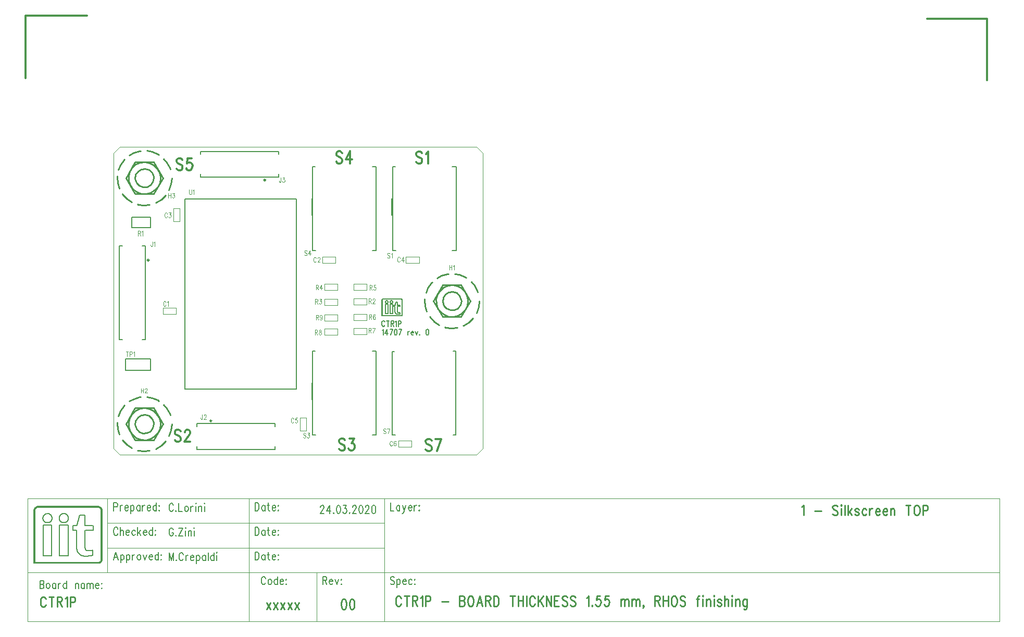
<source format=gbr>
*
*
G04 PADS VX.2.5 Build Number: 14503874 generated Gerber (RS-274-X) file*
G04 PC Version=2.1*
*
%IN "PCB_CTR1P_03.pcb"*%
*
%MOIN*%
*
%FSLAX35Y35*%
*
*
*
*
G04 PC Standard Apertures*
*
*
G04 Thermal Relief Aperture macro.*
%AMTER*
1,1,$1,0,0*
1,0,$1-$2,0,0*
21,0,$3,$4,0,0,45*
21,0,$3,$4,0,0,135*
%
*
*
G04 Annular Aperture macro.*
%AMANN*
1,1,$1,0,0*
1,0,$2,0,0*
%
*
*
G04 Odd Aperture macro.*
%AMODD*
1,1,$1,0,0*
1,0,$1-0.005,0,0*
%
*
*
G04 PC Custom Aperture Macros*
*
*
*
*
*
*
G04 PC Aperture Table*
*
%ADD010C,0.00394*%
%ADD011C,0.006*%
%ADD012C,0.004*%
%ADD014C,0.00591*%
%ADD016C,0.01*%
%ADD028C,0.001*%
%ADD037C,0.01181*%
%ADD052C,0.00787*%
%ADD067C,0.00591*%
%ADD068C,0.00591*%
%ADD077C,0.00472*%
*
*
*
*
G04 PC Circuitry*
G04 Layer Name PCB_CTR1P_03.pcb - circuitry*
%LPD*%
*
*
G04 PC Custom Flashes*
G04 Layer Name PCB_CTR1P_03.pcb - flashes*
%LPD*%
*
*
G04 PC Circuitry*
G04 Layer Name PCB_CTR1P_03.pcb - circuitry*
%LPD*%
*
G54D10*
G01X57087Y299866D02*
X61024Y303803D01*
X289370*
X293307Y299866*
Y110890*
X289370Y106953*
X61024*
X57087Y110890*
Y299866*
X2008Y78937D02*
X624055D01*
Y197*
X2008*
Y78937*
Y31693D02*
X53189D01*
Y78937*
X2008*
Y31693*
X53189Y47441D02*
X143740D01*
Y63189*
X53189*
Y47441*
Y31693D02*
X143740D01*
Y47441*
X53189*
Y31693*
X230354D02*
X624055D01*
Y78937*
X230354*
Y31693*
Y197D02*
X624055D01*
Y31693*
X230354*
Y197*
X143740D02*
X187047D01*
Y31693*
X143740*
Y197*
Y63189D02*
X230354D01*
Y78937*
X143740*
Y63189*
Y47441D02*
X230354D01*
Y63189*
X143740*
Y47441*
Y31693D02*
X230354D01*
Y47441*
X143740*
Y31693*
G54D11*
X80827Y252150D02*
X68780D01*
Y259000*
X80827*
Y252150*
G54D12*
X210584Y188045D02*
Y184045D01*
X218984*
Y188045*
X210584*
Y196809D02*
Y192809D01*
X218984*
Y196809*
X210584*
X210696Y206922D02*
Y202922D01*
X219096*
Y206922*
X210696*
X210809Y216135D02*
Y212135D01*
X219209*
Y216135*
X210809*
X88713Y201079D02*
Y197079D01*
X97113*
Y201079*
X88713*
X199082Y229756D02*
Y233756D01*
X190682*
Y229756*
X199082*
X99244Y264696D02*
X95244D01*
Y256296*
X99244*
Y264696*
X252625Y229756D02*
Y233756D01*
X244225*
Y229756*
X252625*
X180346Y130641D02*
X176346D01*
Y122241*
X180346*
Y130641*
X247704Y112039D02*
Y116039D01*
X239304*
Y112039*
X247704*
X200460Y202591D02*
Y206591D01*
X192060*
Y202591*
X200460*
Y212236D02*
Y216236D01*
X192060*
Y212236*
X200460*
Y183496D02*
Y187496D01*
X192060*
Y183496*
X200460*
Y192748D02*
Y196748D01*
X192060*
Y192748*
X200460*
G54D14*
X110235Y124854D02*
Y126823D01*
X160393*
Y124854*
X110314Y112256D02*
Y110287D01*
X160432*
Y112256*
X162864Y286527D02*
Y284558D01*
X112707*
Y286527*
X162786Y299125D02*
Y301094D01*
X112668*
Y299125*
X183906Y152996D02*
Y142268D01*
X186189Y173189D02*
X184417D01*
Y119543*
X186520*
X222571Y173150D02*
X225079D01*
Y119571*
X222591*
X75394Y240457D02*
X77362D01*
Y180535*
X75394*
X62795Y240457D02*
X60827D01*
Y180535*
X62795*
X64803Y168449D02*
X80866D01*
Y160811*
X64803*
Y168449*
X183906Y271106D02*
Y260378D01*
X186189Y291299D02*
X184417D01*
Y237654*
X186520*
X222571Y291260D02*
X225079D01*
Y237681*
X222591*
X235087Y271106D02*
Y260378D01*
X237370Y291299D02*
X235598D01*
Y237654*
X237701*
X273752Y291260D02*
X276260D01*
Y237681*
X273772*
X57126Y76230D02*
Y71063D01*
Y76230D02*
X58737D01*
X59273Y75984*
X59452Y75738*
X59631Y75246*
Y74508*
X59452Y74016*
X59273Y73770*
X58737Y73524*
X57126*
X61242Y74508D02*
Y71063D01*
Y73031D02*
X61421Y73770D01*
X61779Y74262*
X62137Y74508*
X62674*
X64284Y73031D02*
X66432D01*
Y73524*
X66253Y74016*
X66074Y74262*
X65716Y74508*
X65179*
X64821Y74262*
X64463Y73770*
X64284Y73031*
Y72539*
X64463Y71801*
X64821Y71309*
X65179Y71063*
X65716*
X66074Y71309*
X66432Y71801*
X68042Y74508D02*
Y69341D01*
Y73770D02*
X68400Y74262D01*
X68758Y74508*
X69295*
X69653Y74262*
X70011Y73770*
X70190Y73031*
Y72539*
X70011Y71801*
X69653Y71309*
X69295Y71063*
X68758*
X68400Y71309*
X68042Y71801*
X73948Y74508D02*
Y71063D01*
Y73770D02*
X73590Y74262D01*
X73232Y74508*
X72695*
X72337Y74262*
X71979Y73770*
X71800Y73031*
Y72539*
X71979Y71801*
X72337Y71309*
X72695Y71063*
X73232*
X73590Y71309*
X73948Y71801*
X75558Y74508D02*
Y71063D01*
Y73031D02*
X75737Y73770D01*
X76095Y74262*
X76453Y74508*
X76990*
X78601Y73031D02*
X80748D01*
Y73524*
X80569Y74016*
X80390Y74262*
X80032Y74508*
X79495*
X79137Y74262*
X78780Y73770*
X78601Y73031*
Y72539*
X78780Y71801*
X79137Y71309*
X79495Y71063*
X80032*
X80390Y71309*
X80748Y71801*
X84506Y76230D02*
Y71063D01*
Y73770D02*
X84148Y74262D01*
X83790Y74508*
X83253*
X82895Y74262*
X82538Y73770*
X82359Y73031*
Y72539*
X82538Y71801*
X82895Y71309*
X83253Y71063*
X83790*
X84148Y71309*
X84506Y71801*
X86296Y74508D02*
X86117Y74262D01*
X86296Y74016*
X86475Y74262*
X86296Y74508*
Y71555D02*
X86117Y71309D01*
X86296Y71063*
X86475Y71309*
X86296Y71555*
X59810Y59252D02*
X59631Y59744D01*
X59273Y60236*
X58916Y60482*
X58200*
X57842Y60236*
X57484Y59744*
X57305Y59252*
X57126Y58514*
Y57283*
X57305Y56545*
X57484Y56053*
X57842Y55561*
X58200Y55315*
X58916*
X59273Y55561*
X59631Y56053*
X59810Y56545*
X61421Y60482D02*
Y55315D01*
Y57776D02*
X61958Y58514D01*
X62316Y58760*
X62853*
X63210Y58514*
X63389Y57776*
Y55315*
X65000Y57283D02*
X67147D01*
Y57776*
X66968Y58268*
X66968D02*
X66790Y58514D01*
X66432Y58760*
X65895*
X65537Y58514*
X65179Y58022*
X65000Y57283*
Y56791*
X65179Y56053*
X65537Y55561*
X65895Y55315*
X66432*
X66790Y55561*
X67147Y56053*
X70906Y58022D02*
X70548Y58514D01*
X70190Y58760*
X69653*
X69295Y58514*
X68937Y58022*
X68758Y57283*
Y56791*
X68937Y56053*
X69295Y55561*
X69653Y55315*
X70190*
X70548Y55561*
X70906Y56053*
X72516Y60482D02*
Y55315D01*
X74306Y58760D02*
X72516Y56299D01*
X73232Y57283D02*
X74485Y55315D01*
X76095Y57283D02*
X78243D01*
Y57776*
X78064Y58268*
X77885Y58514*
X77527Y58760*
X76990*
X76632Y58514*
X76274Y58022*
X76095Y57283*
Y56791*
X76274Y56053*
X76632Y55561*
X76990Y55315*
X77527*
X77885Y55561*
X78243Y56053*
X82001Y60482D02*
Y55315D01*
Y58022D02*
X81643Y58514D01*
X81285Y58760*
X80748*
X80390Y58514*
X80032Y58022*
X79853Y57283*
Y56791*
X80032Y56053*
X80390Y55561*
X80748Y55315*
X81285*
X81643Y55561*
X82001Y56053*
X83790Y58760D02*
X83611Y58514D01*
X83790Y58268*
X83969Y58514*
X83790Y58760*
Y55807D02*
X83611Y55561D01*
X83790Y55315*
X83969Y55561*
X83790Y55807*
X58558Y44734D02*
X57126Y39567D01*
X58558Y44734D02*
X59989Y39567D01*
X57663Y41289D02*
X59452D01*
X61600Y43012D02*
Y37844D01*
Y42274D02*
X61958Y42766D01*
X62316Y43012*
X62853*
X63210Y42766*
X63568Y42274*
X63747Y41535*
Y41043*
X63568Y40305*
X63210Y39813*
X62853Y39567*
X62316*
X61958Y39813*
X61600Y40305*
X65358Y43012D02*
Y37844D01*
Y42274D02*
X65716Y42766D01*
X66074Y43012*
X66611*
X66968Y42766*
X66968D02*
X67326Y42274D01*
X67505Y41535*
Y41043*
X67326Y40305*
X66968Y39813*
X66968D02*
X66611Y39567D01*
X66074*
X65716Y39813*
X65358Y40305*
X69116Y43012D02*
Y39567D01*
Y41535D02*
X69295Y42274D01*
X69653Y42766*
X70011Y43012*
X70548*
X73053D02*
X72695Y42766D01*
X72337Y42274*
X72158Y41535*
Y41043*
X72337Y40305*
X72695Y39813*
X73053Y39567*
X73590*
X73948Y39813*
X74306Y40305*
X74485Y41043*
Y41535*
X74306Y42274*
X73948Y42766*
X73590Y43012*
X73053*
X76095D02*
X77169Y39567D01*
X78243Y43012D02*
X77169Y39567D01*
X79853Y41535D02*
X82001D01*
Y42028*
X81822Y42520*
X81643Y42766*
X81285Y43012*
X80748*
X80390Y42766*
X80032Y42274*
X79853Y41535*
Y41043*
X80032Y40305*
X80390Y39813*
X80748Y39567*
X81285*
X81643Y39813*
X82001Y40305*
X85759Y44734D02*
Y39567D01*
Y42274D02*
X85401Y42766D01*
X85043Y43012*
X84506*
X84148Y42766*
X83790Y42274*
X83611Y41535*
Y41043*
X83790Y40305*
X84148Y39813*
X84506Y39567*
X85043*
X85401Y39813*
X85759Y40305*
X87548Y43012D02*
X87369Y42766D01*
X87548Y42520*
X87727Y42766*
X87548Y43012*
Y40059D02*
X87369Y39813D01*
X87548Y39567*
X87727Y39813*
X87548Y40059*
X95243Y74606D02*
X95064Y75098D01*
X94707Y75591*
X94349Y75837*
X93633*
X93275Y75591*
X92917Y75098*
X92738Y74606*
X92559Y73868*
Y72638*
X92738Y71900*
X92917Y71407*
X93275Y70915*
X93633Y70669*
X94349*
X94707Y70915*
X95064Y71407*
X95243Y71900*
X97033Y71161D02*
X96854Y70915D01*
X97033Y70669*
X97212Y70915*
X97033Y71161*
X98822Y75837D02*
Y70669D01*
X100970*
X103475Y74114D02*
X103117Y73868D01*
X102759Y73376*
X102581Y72638*
Y72146*
X102759Y71407*
X103117Y70915*
X103475Y70669*
X104012*
X104370Y70915*
X104728Y71407*
X104907Y72146*
Y72638*
X104728Y73376*
X104370Y73868*
X104012Y74114*
X103475*
X106518D02*
Y70669D01*
Y72638D02*
X106696Y73376D01*
X107054Y73868*
X107412Y74114*
X107949*
X109560Y75837D02*
X109739Y75591D01*
X109918Y75837*
X109739Y76083*
X109560Y75837*
X109739Y74114D02*
Y70669D01*
X111528Y74114D02*
Y70669D01*
Y73130D02*
X112065Y73868D01*
X112423Y74114*
X112960*
X113318Y73868*
X113497Y73130*
Y70669*
X115107Y75837D02*
X115286Y75591D01*
X115465Y75837*
X115286Y76083*
X115107Y75837*
X115286Y74114D02*
Y70669D01*
X95243Y58858D02*
X95064Y59350D01*
X94707Y59843*
X94349Y60089*
X93633*
X93275Y59843*
X92917Y59350*
X92738Y58858*
X92559Y58120*
Y56890*
X92738Y56152*
X92917Y55659*
X93275Y55167*
X93633Y54921*
X94349*
X94707Y55167*
X95064Y55659*
X95243Y56152*
Y56890*
X94349D02*
X95243D01*
X97033Y55413D02*
X96854Y55167D01*
X97033Y54921*
X97212Y55167*
X97033Y55413*
X101328Y60089D02*
X98822Y54921D01*
Y60089D02*
X101328D01*
X98822Y54921D02*
X101328D01*
X102938Y60089D02*
X103117Y59843D01*
X103296Y60089*
X103117Y60335*
X102938Y60089*
X103117Y58366D02*
Y54921D01*
X104907Y58366D02*
Y54921D01*
Y57382D02*
X105444Y58120D01*
X105802Y58366*
X106339*
X106696Y58120*
X106875Y57382*
Y54921*
X108486Y60089D02*
X108665Y59843D01*
X108844Y60089*
X108665Y60335*
X108486Y60089*
X108665Y58366D02*
Y54921D01*
X234291Y76230D02*
Y71063D01*
X236439*
X240197Y74508D02*
Y71063D01*
Y73770D02*
X239839Y74262D01*
X239481Y74508*
X238944*
X238586Y74262*
X238228Y73770*
X238049Y73031*
Y72539*
X238228Y71801*
X238586Y71309*
X238944Y71063*
X239481*
X239839Y71309*
X240197Y71801*
X241986Y74508D02*
X243060Y71063D01*
X244134Y74508D02*
X243060Y71063D01*
X242702Y70079*
X242344Y69587*
X241986Y69341*
X241807*
X245744Y73031D02*
X247892D01*
Y73524*
X247713Y74016*
X247534Y74262*
X247176Y74508*
X246639*
X246281Y74262*
X245923Y73770*
X245744Y73031*
Y72539*
X245923Y71801*
X246281Y71309*
X246639Y71063*
X247176*
X247534Y71309*
X247892Y71801*
X249503Y74508D02*
Y71063D01*
Y73031D02*
X249681Y73770D01*
X250039Y74262*
X250397Y74508*
X250934*
X252724D02*
X252545Y74262D01*
X252724Y74016*
X252903Y74262*
X252724Y74508*
Y71555D02*
X252545Y71309D01*
X252724Y71063*
X252903Y71309*
X252724Y71555*
X9921Y26435D02*
Y21268D01*
Y26435D02*
X11532D01*
X12069Y26189*
X12248Y25943*
X12427Y25451*
Y24959*
X12248Y24467*
X12069Y24220*
X11532Y23974*
X9921D02*
X11532D01*
X12069Y23728*
X12248Y23482*
X12427Y22990*
Y22252*
X12248Y21760*
X12069Y21514*
X11532Y21268*
X9921*
X14932Y24713D02*
X14574Y24467D01*
X14216Y23974*
X14037Y23236*
Y22744*
X14216Y22006*
X14574Y21514*
X14932Y21268*
X15469*
X15827Y21514*
X16185Y22006*
X16364Y22744*
Y23236*
X16185Y23974*
X15827Y24467*
X15469Y24713*
X14932*
X20122D02*
Y21268D01*
Y23974D02*
X19764Y24467D01*
X19406Y24713*
X18869*
X18511Y24467*
X18153Y23974*
X17974Y23236*
Y22744*
X18153Y22006*
X18511Y21514*
X18869Y21268*
X19406*
X19764Y21514*
X20122Y22006*
X21732Y24713D02*
Y21268D01*
Y23236D02*
X21911Y23974D01*
X22269Y24467*
X22627Y24713*
X23164*
X26922Y26435D02*
Y21268D01*
Y23974D02*
X26564Y24467D01*
X26206Y24713*
X25669*
X25311Y24467*
X24953Y23974*
X24775Y23236*
Y22744*
X24953Y22006*
X25311Y21514*
X25669Y21268*
X26206*
X26564Y21514*
X26922Y22006*
X32649Y24713D02*
Y21268D01*
Y23728D02*
X33185Y24467D01*
X33543Y24713*
X34080*
X34438Y24467*
X34617Y23728*
Y21268*
X38375Y24713D02*
Y21268D01*
Y23974D02*
X38017Y24467D01*
X37659Y24713*
X37122*
X36764Y24467*
X36407Y23974*
X36228Y23236*
Y22744*
X36407Y22006*
X36764Y21514*
X37122Y21268*
X37659*
X38017Y21514*
X38375Y22006*
X39986Y24713D02*
Y21268D01*
Y23728D02*
X40523Y24467D01*
X40880Y24713*
X41417*
X41775Y24467*
X41954Y23728*
Y21268*
Y23728D02*
X42491Y24467D01*
X42849Y24713*
X43386*
X43744Y24467*
X43923Y23728*
Y21268*
X45533Y23236D02*
X47681D01*
Y23728*
X47502Y24220*
X47323Y24467*
X46965Y24713*
X46428*
X46070Y24467*
X45712Y23974*
X45533Y23236*
Y22744*
X45712Y22006*
X46070Y21514*
X46428Y21268*
X46965*
X47323Y21514*
X47681Y22006*
X49470Y24713D02*
X49291Y24467D01*
X49470Y24220*
X49649Y24467*
X49470Y24713*
Y21760D02*
X49291Y21514D01*
X49470Y21268*
X49649Y21514*
X49470Y21760*
X154298Y27756D02*
X154120Y28248D01*
X153762Y28740*
X153404Y28986*
X152688*
X152330Y28740*
X151972Y28248*
X151793Y27756*
X151614Y27018*
Y25787*
X151793Y25049*
X151972Y24557*
X152330Y24065*
X152688Y23819*
X153404*
X153762Y24065*
X154120Y24557*
X154298Y25049*
X156804Y27264D02*
X156446Y27018D01*
X156088Y26526*
X155909Y25787*
Y25295*
X156088Y24557*
X156446Y24065*
X156804Y23819*
X157341*
X157699Y24065*
X158057Y24557*
X158235Y25295*
X158235D02*
Y25787D01*
X158235D02*
X158057Y26526D01*
X157699Y27018*
X157341Y27264*
X156804*
X161994Y28986D02*
Y23819D01*
Y26526D02*
X161636Y27018D01*
X161278Y27264*
X160741*
X160383Y27018*
X160025Y26526*
X159846Y25787*
Y25295*
X160025Y24557*
X160383Y24065*
X160741Y23819*
X161278*
X161636Y24065*
X161994Y24557*
X163604Y25787D02*
X165752D01*
Y26280*
X165573Y26772*
X165394Y27018*
X165036Y27264*
X164499*
X164141Y27018*
X163783Y26526*
X163604Y25787*
Y25295*
X163783Y24557*
X164141Y24065*
X164499Y23819*
X165036*
X165394Y24065*
X165752Y24557*
X167541Y27264D02*
X167362Y27018D01*
X167541Y26772*
X167720Y27018*
X167541Y27264*
Y24311D02*
X167362Y24065D01*
X167541Y23819*
X167720Y24065*
X167541Y24311*
X190984Y28986D02*
Y23819D01*
Y28986D02*
X192595D01*
X193132Y28740*
X193311Y28494*
X193490Y28002*
Y27510*
X193311Y27018*
X193132Y26772*
X192595Y26526*
X190984*
X192237D02*
X193490Y23819D01*
X195100Y25787D02*
X197248D01*
Y26280*
X197069Y26772*
X196890Y27018*
X196532Y27264*
X195995*
X195637Y27018*
X195279Y26526*
X195100Y25787*
Y25295*
X195279Y24557*
X195637Y24065*
X195995Y23819*
X196532*
X196890Y24065*
X197248Y24557*
X198858Y27264D02*
X199932Y23819D01*
X201006Y27264D02*
X199932Y23819D01*
X202795Y27264D02*
X202616Y27018D01*
X202795Y26772*
X202974Y27018*
X202795Y27264*
Y24311D02*
X202616Y24065D01*
X202795Y23819*
X202974Y24065*
X202795Y24311*
X236797Y28248D02*
X236439Y28740D01*
X235902Y28986*
X235186*
X234649Y28740*
X234291Y28248*
Y27756*
X234470Y27264*
X234649Y27018*
X235007Y26772*
X236081Y26280*
X236439Y26033*
X236618Y25787*
X236797Y25295*
Y24557*
X236439Y24065*
X235902Y23819*
X235186*
X234649Y24065*
X234291Y24557*
X238407Y27264D02*
Y22096D01*
Y26526D02*
X238765Y27018D01*
X239123Y27264*
X239660*
X240018Y27018*
X240376Y26526*
X240555Y25787*
Y25295*
X240376Y24557*
X240018Y24065*
X239660Y23819*
X239123*
X238765Y24065*
X238407Y24557*
X242165Y25787D02*
X244313D01*
Y26280*
X244134Y26772*
X243955Y27018*
X243597Y27264*
X243060*
X242702Y27018*
X242344Y26526*
X242165Y25787*
Y25295*
X242344Y24557*
X242702Y24065*
X243060Y23819*
X243597*
X243955Y24065*
X244313Y24557*
X248071Y26526D02*
X247713Y27018D01*
X247355Y27264*
X246818*
X246460Y27018*
X246102Y26526*
X245923Y25787*
Y25295*
X246102Y24557*
X246460Y24065*
X246818Y23819*
X247355*
X247713Y24065*
X248071Y24557*
X249860Y27264D02*
X249681Y27018D01*
X249860Y26772*
X250039Y27018*
X249860Y27264*
Y24311D02*
X249681Y24065D01*
X249860Y23819*
X250039Y24065*
X249860Y24311*
X147677Y76230D02*
Y71063D01*
Y76230D02*
X148930D01*
X149467Y75984*
X149825Y75492*
X150004Y75000*
X150183Y74262*
Y73031*
X150004Y72293*
X149825Y71801*
X149467Y71309*
X148930Y71063*
X147677*
X153941Y74508D02*
Y71063D01*
Y73770D02*
X153583Y74262D01*
X153225Y74508*
X152688*
X152330Y74262*
X151972Y73770*
X151793Y73031*
Y72539*
X151972Y71801*
X152330Y71309*
X152688Y71063*
X153225*
X153583Y71309*
X153941Y71801*
X156088Y76230D02*
Y72047D01*
X156267Y71309*
X156625Y71063*
X156983*
X155551Y74508D02*
X156804D01*
X158593Y73031D02*
X160741D01*
Y73524*
X160562Y74016*
X160383Y74262*
X160025Y74508*
X159488*
X159130Y74262*
X158772Y73770*
X158593Y73031*
Y72539*
X158772Y71801*
X159130Y71309*
X159488Y71063*
X160025*
X160383Y71309*
X160741Y71801*
X162530Y74508D02*
X162351Y74262D01*
X162530Y74016*
X162709Y74262*
X162530Y74508*
Y71555D02*
X162351Y71309D01*
X162530Y71063*
X162709Y71309*
X162530Y71555*
X147677Y60482D02*
Y55315D01*
Y60482D02*
X148930D01*
X149467Y60236*
X149825Y59744*
X150004Y59252*
X150183Y58514*
Y57283*
X150004Y56545*
X149825Y56053*
X149467Y55561*
X148930Y55315*
X147677*
X153941Y58760D02*
Y55315D01*
Y58022D02*
X153583Y58514D01*
X153225Y58760*
X152688*
X152330Y58514*
X151972Y58022*
X151793Y57283*
Y56791*
X151972Y56053*
X152330Y55561*
X152688Y55315*
X153225*
X153583Y55561*
X153941Y56053*
X156088Y60482D02*
Y56299D01*
X156267Y55561*
X156625Y55315*
X156983*
X155551Y58760D02*
X156804D01*
X158593Y57283D02*
X160741D01*
Y57776*
X160562Y58268*
X160383Y58514*
X160025Y58760*
X159488*
X159130Y58514*
X158772Y58022*
X158593Y57283*
Y56791*
X158772Y56053*
X159130Y55561*
X159488Y55315*
X160025*
X160383Y55561*
X160741Y56053*
X162530Y58760D02*
X162351Y58514D01*
X162530Y58268*
X162709Y58514*
X162530Y58760*
Y55807D02*
X162351Y55561D01*
X162530Y55315*
X162709Y55561*
X162530Y55807*
X147677Y44734D02*
Y39567D01*
Y44734D02*
X148930D01*
X149467Y44488*
X149825Y43996*
X150004Y43504*
X150183Y42766*
Y41535*
X150004Y40797*
X149825Y40305*
X149467Y39813*
X148930Y39567*
X147677*
X153941Y43012D02*
Y39567D01*
Y42274D02*
X153583Y42766D01*
X153225Y43012*
X152688*
X152330Y42766*
X151972Y42274*
X151793Y41535*
Y41043*
X151972Y40305*
X152330Y39813*
X152688Y39567*
X153225*
X153583Y39813*
X153941Y40305*
X156088Y44734D02*
Y40551D01*
X156267Y39813*
X156625Y39567*
X156983*
X155551Y43012D02*
X156804D01*
X158593Y41535D02*
X160741D01*
Y42028*
X160562Y42520*
X160383Y42766*
X160025Y43012*
X159488*
X159130Y42766*
X158772Y42274*
X158593Y41535*
Y41043*
X158772Y40305*
X159130Y39813*
X159488Y39567*
X160025*
X160383Y39813*
X160741Y40305*
X162530Y43012D02*
X162351Y42766D01*
X162530Y42520*
X162709Y42766*
X162530Y43012*
Y40059D02*
X162351Y39813D01*
X162530Y39567*
X162709Y39813*
X162530Y40059*
X241142Y206756D02*
Y206743D01*
X241194*
Y206731*
X241254*
Y206719*
X241301*
Y206707*
X241337*
Y206695*
X241361*
Y206683*
X241397*
Y206671*
X241421*
Y206659*
X241445*
Y206647*
X241468*
Y206635*
X241480*
Y206623*
X241504*
Y206611*
X241528*
Y206599*
X241540*
Y206587*
X241552*
Y206575*
X241576*
Y206563*
X241588*
Y206551*
X241600*
Y206539*
X241611*
Y206527*
X241623*
Y206515*
X241635*
Y206503*
X241647*
Y206492*
X241659Y206491*
Y206480*
X241671*
Y206468*
X241683*
Y206456*
X241695*
Y206432*
X241707*
Y206420*
X241719*
Y206396*
X241731*
Y206384*
X241743*
X241742Y206360*
X241754*
Y206336*
X241766*
Y206312*
X241778*
Y206288*
X241790*
Y206252*
X241802*
Y206216*
X241814*
Y206169*
X241826*
X241803Y196469*
X241792*
X241791Y196421*
X241779*
Y196386*
X241767*
Y196350*
X241755*
Y196326*
X241743*
Y196302*
X241731*
Y196278*
X241719*
Y196254*
X241707*
Y196242*
X241695*
Y196219*
X241683*
Y196207*
X241671*
X241671D02*
Y196183D01*
X241659*
Y196171*
X241648*
X241647Y196159*
X241636*
Y196147*
X241636D02*
X241624D01*
Y196135*
X241612*
Y196123*
X241600*
Y196111*
X241588*
Y196099*
X241576*
Y196087*
X241564*
Y196075*
X241552Y196076*
Y196064*
X241528*
Y196052*
X241516*
Y196040*
X241504*
Y196028*
X241480*
Y196016*
X241456*
Y196004*
X241444*
Y195992*
X241420*
Y195980*
X241396*
Y195968*
X241372*
Y195956*
X241336Y195957*
Y195945*
X241313*
Y195933*
X241265*
Y195921*
X241157*
Y195909*
X228818Y195937*
X228841Y206186*
X228853*
Y206246*
X228865*
Y206282*
X228877*
Y206318*
X228889*
Y206341*
X228889D02*
X228901Y206342D01*
Y206365*
X228913*
Y206389*
X228925*
Y206413*
X228937*
Y206425*
X228949*
Y206449*
X228961*
Y206461*
X228973*
Y206473*
X228985*
Y206497*
X228997*
Y206508*
X229009*
Y206520*
X229021*
Y206532*
X229033*
Y206544*
X229045*
Y206556*
X229057*
Y206568*
X229069*
Y206580*
X229081*
Y206592*
X229093*
Y206604*
X229117*
Y206616*
X229129*
Y206628*
X229153*
Y206640*
X229165*
Y206651*
X229189*
Y206663*
X229201*
Y206675*
X229225*
Y206687*
X229249*
Y206699*
X229272*
Y206711*
X229308*
Y206723*
X229332*
Y206735*
X229380*
Y206747*
X229416Y206746*
Y206758*
X229476*
Y206770*
X229527*
Y206782*
X241142Y206756*
X241137Y206588D02*
X229514Y206615D01*
Y206603*
X229455*
Y206591*
X229407*
Y206579*
X229371*
Y206567*
X229347*
Y206555*
X229311Y206556*
Y206544*
X229299*
Y206532*
X229275*
Y206520*
X229251*
Y206508*
X229239*
Y206496*
X229215*
Y206484*
X229203*
Y206472*
X229191*
X229191D02*
Y206460D01*
X229168*
Y206448*
X229156*
Y206436*
X229144*
Y206425*
X229132*
Y206413*
X229120*
Y206401*
X229108*
Y206377*
X229096*
Y206365*
X229084*
Y206353*
X229072*
Y206329*
X229060*
Y206317*
X229048*
Y206293*
X229036*
Y206270*
X229036D02*
X229024D01*
Y206234*
X229012*
Y206198*
X229000*
Y206150*
X228988*
X228965Y196080*
X241113Y196053*
Y196065*
X241173Y196064*
Y196076*
X241220*
Y196088*
X241256*
Y196100*
X241280*
Y196112*
X241316*
Y196124*
X241340*
Y196136*
X241352*
Y196148*
X241376*
Y196160*
X241400Y196159*
Y196171*
X241412*
Y196183*
X241424*
Y196195*
X241448*
Y196207*
X241460*
Y196219*
X241472*
Y196231*
X241484*
Y196243*
X241496*
Y196255*
X241508*
Y196267*
X241519*
X241520Y196291*
X241532*
Y196303*
X241543*
X241543D02*
Y196314D01*
X241555*
X241556Y196338*
X241567*
Y196350*
X241579*
Y196374*
X241591*
Y196398*
X241603*
X241604Y196434*
X241604D02*
X241615D01*
X241616Y196470*
X241627*
X241628Y196517*
X241640*
X241662Y206121*
X241650*
Y206169*
X241638*
Y206205*
X241626*
Y206241*
X241614*
Y206265*
X241602*
Y206289*
X241590*
Y206301*
X241578*
Y206324*
X241566Y206325*
Y206336*
X241554*
Y206348*
X241543*
Y206372*
X241531*
Y206384*
X241519*
Y206396*
X241507*
Y206408*
X241495*
Y206420*
X241483*
Y206432*
X241471*
Y206444*
X241447*
Y206456*
X241435*
Y206468*
X241423*
Y206480*
X241400*
Y206492*
X241376*
Y206504*
X241364*
Y206516*
X241340*
Y206528*
X241304*
Y206540*
X241280*
Y206552*
X241244*
Y206564*
X241197*
Y206576*
X241137*
Y206588*
X232701Y203184D02*
X232688Y197259D01*
X231039Y197263*
X231053Y203188*
X232701Y203184*
X232116Y205635D02*
Y205623D01*
X232176*
Y205611*
X232223*
Y205599*
X232259*
Y205587*
X232283*
Y205575*
X232319*
Y205563*
X232343*
Y205551*
X232367*
Y205539*
X232390*
Y205527*
X232414*
Y205515*
X232426*
Y205503*
X232450*
Y205491*
X232462*
Y205479*
X232474*
Y205467*
X232498*
Y205455*
X232510*
Y205443*
X232522*
Y205431*
X232534*
Y205419*
X232545*
Y205407*
X232557*
Y205395*
X232569*
Y205383*
X232581*
Y205371*
X232593*
Y205359*
X232605*
Y205347*
X232617*
Y205335*
X232629*
Y205323*
X232641*
Y205311*
X232653*
Y205287*
X232665*
Y205275*
X232677*
Y205263*
X232688*
Y205239*
X232700*
Y205227*
X232712*
Y205203*
X232724*
Y205179*
X232736*
Y205156*
X232748*
Y205132*
X232760*
Y205108*
X232772*
Y205072*
X232784*
Y205036*
X232795*
Y204988*
X232807*
Y204928*
X232819*
Y204821*
X232831*
Y204713*
X232819*
X232818Y204594*
X232806*
Y204534*
X232794*
Y204498*
X232782*
Y204463*
X232770*
Y204427*
X232758*
Y204403*
X232746*
Y204367*
X232734*
Y204343*
X232722*
Y204331*
X232710*
Y204308*
X232698*
Y204284*
X232686*
Y204272*
X232674*
Y204248*
X232662*
Y204236*
X232650*
Y204224*
X232638*
Y204200*
X232626*
Y204188*
X232614*
Y204176*
X232602*
Y204164*
X232590*
Y204153*
X232590D02*
X232578D01*
Y204141*
X232566*
Y204129*
X232554*
Y204117*
X232542*
Y204105*
X232531*
X232530Y204093*
X232519*
Y204081*
X232495*
Y204069*
X232483*
Y204057*
X232471*
Y204045*
X232459*
Y204033*
X232435*
Y204021*
X232423Y204022*
Y204010*
X232399*
Y203998*
X232375*
Y203986*
X232351*
Y203974*
X232327*
Y203962*
X232303*
Y203950*
X232279*
Y203938*
X232243*
Y203926*
X232196*
Y203915*
X232148*
Y203903*
X232076*
Y203891*
X231849*
Y203903*
X231778Y203904*
Y203915*
X231718Y203916*
Y203928*
X231682*
Y203940*
X231646*
Y203952*
X231622*
Y203964*
X231598*
X231598D02*
X231599Y203976D01*
X231575*
Y203988*
X231551*
Y204000*
X231527*
Y204012*
X231503*
Y204024*
X231491*
Y204036*
X231467*
Y204048*
X231455*
Y204060*
X231443*
Y204072*
X231420*
Y204084*
X231408*
Y204095*
X231396Y204096*
Y204107*
X231384*
Y204119*
X231372*
Y204131*
X231360*
Y204143*
X231348*
Y204155*
X231336*
Y204167*
X231324*
Y204179*
X231312*
Y204191*
X231300*
Y204203*
X231288*
Y204215*
X231277*
Y204239*
X231265*
Y204251*
X231253*
Y204263*
X231241*
Y204287*
X231229*
Y204299*
X231217*
Y204323*
X231205*
Y204347*
X231193*
Y204371*
X231181*
Y204395*
X231169*
X231170Y204419*
X231158*
Y204442*
X231146Y204443*
X231146D02*
Y204478D01*
X231134*
Y204526*
X231122*
Y204574*
X231110*
Y204646*
X231098*
X231099Y204897*
X231111Y204896*
Y204968*
X231123*
Y205016*
X231135*
Y205052*
X231147*
Y205088*
X231159Y205087*
Y205123*
X231171*
Y205147*
X231183*
Y205171*
X231195*
Y205195*
X231207*
Y205219*
X231219*
Y205231*
X231231*
Y205255*
X231243*
Y205267*
X231255Y205266*
Y205290*
X231267*
Y205302*
X231279*
Y205314*
X231291*
Y205326*
X231303*
Y205338*
X231315*
Y205362*
X231327*
Y205374*
X231339*
Y205386*
X231351*
Y205398*
X231363*
Y205410*
X231375*
Y205421*
X231387*
Y205433*
X231411*
Y205445*
X231423*
Y205457*
X231435*
Y205469*
X231447*
Y205481*
X231471*
Y205493*
X231483*
Y205505*
X231506*
Y205517*
X231518*
Y205529*
X231542*
Y205541*
X231566*
X231566D02*
Y205552D01*
X231590*
Y205564*
X231614*
Y205576*
X231638*
Y205588*
X231674*
Y205600*
X231710*
Y205612*
X231758*
Y205624*
X231817*
Y205635*
X232116*
X235654Y203177D02*
X235641Y197252D01*
X233992Y197256*
X234006Y203181*
X235654Y203177*
X235037Y205628D02*
Y205616D01*
X235108*
Y205604*
X235156*
Y205592*
X235192*
Y205580*
X235216*
Y205568*
X235252*
Y205556*
X235276*
X235275Y205544*
X235299*
Y205532*
X235323*
Y205520*
X235335*
Y205508*
X235359*
Y205496*
X235383*
Y205484*
X235395*
Y205472*
X235407*
Y205460*
X235431*
Y205448*
X235443*
X235442Y205436*
X235454*
Y205424*
X235466*
Y205412*
X235478*
Y205400*
X235490*
Y205388*
X235502*
Y205376*
X235514*
Y205364*
X235526*
Y205352*
X235538*
Y205340*
X235550*
Y205328*
X235562*
Y205316*
X235574*
Y205304*
X235586*
X235585Y205280*
X235597*
Y205268*
X235609*
Y205245*
X235621*
Y205233*
X235633*
Y205209*
X235645*
Y205197*
X235657*
Y205173*
X235669*
Y205149*
X235681*
Y205125*
X235693*
Y205089*
X235704*
Y205065*
X235716*
Y205029*
X235728*
Y204982*
X235740Y204981*
Y204922*
X235752*
X235751Y204599*
X235739*
Y204540*
X235727*
Y204492*
X235715*
Y204456*
X235703*
Y204420*
X235691*
Y204396*
X235679*
Y204372*
X235667*
Y204349*
X235655*
Y204325*
X235643*
Y204301*
X235631*
Y204277*
X235619*
Y204265*
X235607*
Y204253*
X235595*
Y204229*
X235583*
Y204217*
X235571*
Y204205*
X235559*
Y204182*
X235547*
Y204170*
X235535*
Y204158*
X235523*
Y204146*
X235511*
Y204134*
X235499*
Y204122*
X235487*
Y204110*
X235475*
Y204098*
X235463*
Y204086*
X235451*
Y204074*
X235427*
Y204062*
X235415*
Y204050*
X235403Y204051*
Y204039*
X235380*
Y204027*
X235368*
Y204015*
X235344*
Y204003*
X235332*
Y203991*
X235308*
Y203979*
X235284*
Y203967*
X235260*
Y203955*
X235236*
Y203943*
X235200*
Y203932*
X235176*
Y203920*
X235128*
Y203908*
X235081*
Y203896*
X235009*
Y203884*
X234782Y203885*
Y203897*
X234698*
Y203909*
X234651*
Y203921*
X234615*
Y203933*
X234579*
Y203945*
X234555*
Y203957*
X234519*
Y203969*
X234495*
Y203981*
X234484*
Y203993*
X234460*
Y204005*
X234436*
Y204017*
X234424*
Y204029*
X234400*
Y204041*
X234388*
Y204053*
X234364*
Y204065*
X234352*
Y204077*
X234340*
Y204089*
X234328*
Y204101*
X234317*
Y204113*
X234305*
Y204125*
X234293*
Y204137*
X234281*
Y204149*
X234269*
Y204161*
X234257*
Y204173*
X234245*
Y204185*
X234233*
Y204197*
X234221*
Y204209*
X234209*
Y204220*
X234197*
Y204244*
X234186*
Y204256*
X234174*
Y204280*
X234162*
Y204292*
X234150*
Y204316*
X234138*
Y204328*
X234126*
Y204352*
X234114*
Y204376*
X234102*
Y204412*
X234090*
Y204436*
X234078*
X234079Y204472*
X234067*
Y204507*
X234055Y204508*
Y204555*
X234043*
Y204627*
X234031*
X234032Y204902*
X234044*
Y204973*
X234056*
Y205021*
X234068*
Y205057*
X234080*
Y205093*
X234092*
Y205117*
X234104*
Y205140*
X234116*
Y205164*
X234128*
Y205188*
X234140*
Y205212*
X234152*
Y205224*
X234164*
Y205248*
X234176*
Y205260*
X234188*
Y205284*
X234200*
Y205296*
X234212*
Y205308*
X234224Y205307*
Y205331*
X234236*
Y205343*
X234248*
Y205355*
X234260*
Y205367*
X234272*
Y205379*
X234284*
Y205391*
X234296*
Y205403*
X234308*
Y205415*
X234320*
Y205427*
X234332*
Y205439*
X234355*
X234356Y205451*
X234356D02*
X234367Y205450D01*
Y205462*
X234379*
Y205474*
X234403*
Y205486*
X234415*
Y205498*
X234439*
Y205510*
X234451*
Y205522*
X234475*
Y205534*
X234499*
Y205546*
X234523*
Y205558*
X234547*
Y205570*
X234571Y205569*
Y205581*
X234607*
Y205593*
X234643*
Y205605*
X234690*
Y205617*
X234750*
Y205629*
X235037Y205628*
X238807Y204745D02*
X238803Y202786D01*
X240356Y202782*
X240354Y201862*
X238801Y201866*
X238794Y198712*
X238806*
X238805Y198581*
X238817*
Y198497*
X238829*
Y198450*
X238841Y198449*
X238841D02*
Y198402D01*
X238853*
X238852Y198354*
X238864*
Y198318*
X238876*
Y198294*
X238888*
Y198270*
X238900*
Y198246*
X238912*
Y198222*
X238924*
Y198198*
X238936*
Y198186*
X238948*
Y198163*
X238960*
Y198151*
X238971*
X238971D02*
Y198139D01*
X238983*
Y198127*
X238995*
Y198115*
X239007*
Y198103*
X239019*
Y198091*
X239031*
Y198079*
X239055*
Y198067*
X239067*
Y198055*
X239091*
Y198043*
X239115*
Y198031*
X239138*
Y198019*
X239162*
Y198007*
X239198*
Y197995*
X239246*
Y197983*
X239294*
Y197971*
X239377Y197970*
Y197959*
X239736Y197958*
Y197970*
X239843Y197969*
Y197981*
X239927*
Y197993*
X239986*
X239987Y198005*
X240046*
Y198017*
X240106*
Y198029*
X240154Y198028*
Y198040*
X240202*
Y198052*
X240237*
Y198064*
X240285*
Y198076*
X240297*
X240295Y197132*
X240271*
Y197120*
X240247*
Y197108*
X240211Y197109*
Y197097*
X240176*
Y197085*
X240140*
Y197073*
X240104*
Y197061*
X240056*
Y197049*
X240008*
Y197037*
X239960*
Y197025*
X239901Y197026*
Y197014*
X239841*
Y197002*
X239781*
Y196990*
X239709*
Y196978*
X239614*
X239614D02*
Y196967D01*
X239518*
Y196955*
X239399*
Y196943*
X239232Y196944*
X239232D02*
Y196932D01*
X238682Y196933*
Y196945*
X238575*
Y196957*
X238503*
Y196969*
X238443*
Y196981*
X238395*
Y196993*
X238348*
Y197005*
X238312*
Y197017*
X238276*
Y197029*
X238240*
Y197041*
X238204*
Y197053*
X238204D02*
X238181D01*
Y197065*
X238145*
Y197077*
X238121*
Y197089*
X238097*
Y197101*
X238073*
Y197113*
X238049*
Y197125*
X238026*
X238026D02*
Y197137D01*
X238002*
Y197149*
X237978*
Y197161*
X237966*
Y197173*
X237942*
Y197185*
X237930*
Y197197*
X237906*
Y197209*
X237894*
Y197221*
X237870*
Y197233*
X237859*
Y197245*
X237835*
Y197257*
X237823*
Y197269*
X237811*
Y197281*
X237799*
Y197293*
X237775*
Y197305*
X237763*
Y197317*
X237751*
Y197329*
X237739*
Y197341*
X237727*
Y197353*
X237715*
Y197365*
X237703*
X237704Y197377*
X237692*
Y197389*
X237680*
Y197401*
X237668*
Y197413*
X237656*
Y197425*
X237644*
Y197437*
X237632*
Y197449*
X237620*
Y197461*
X237608*
Y197473*
X237596*
Y197485*
X237584*
Y197497*
X237572*
Y197521*
X237561*
Y197533*
X237549*
Y197545*
X237537*
Y197569*
X237525*
Y197581*
X237513*
Y197592*
X237513D02*
X237501Y197593D01*
Y197616*
X237489*
Y197628*
X237477*
Y197652*
X237465*
Y197664*
X237453*
Y197688*
X237441*
X237442Y197712*
X237430*
Y197724*
X237418*
Y197748*
X237406*
Y197772*
X237394*
Y197796*
X237382*
Y197820*
X237370*
Y197844*
X237358*
Y197868*
X237346*
Y197903*
X237334*
Y197927*
X237323*
Y197951*
X237311*
Y197987*
X237299*
Y198023*
X237287*
Y198059*
X237275*
Y198095*
X237263*
Y198131*
X237251*
Y198178*
X237240*
Y198226*
X237228*
Y198274*
X237216*
Y198334*
X237204*
Y198393*
X237204D02*
X237192Y198394D01*
Y198465*
X237180*
X237181Y198561*
X237169*
Y198692*
X237157*
X237164Y201882*
X236460Y201883*
X236462Y202774*
X237226Y202777*
Y202801*
X237238*
Y202849*
X237250*
Y202897*
X237262*
Y202933*
X237274*
Y202980*
X237286*
Y203016*
X237298*
Y203064*
X237310*
Y203112*
X237310D02*
X237322D01*
X237323Y203147*
X237334*
X237335Y203195*
X237347*
Y203231*
X237359*
Y203279*
X237371*
Y203327*
X237383Y203326*
Y203362*
X237395*
Y203410*
X237407*
Y203446*
X237419*
Y203494*
X237431*
Y203541*
X237443*
Y203577*
X237455*
Y203625*
X237467*
Y203661*
X237479*
Y203709*
X237491Y203708*
X237491D02*
Y203756D01*
X237503*
Y203792*
X237515*
Y203840*
X237527*
Y203876*
X237539*
Y203923*
X237551*
Y203971*
X237563*
Y204007*
X237575*
Y204055*
X237587*
Y204091*
X237599Y204090*
X237600Y204138*
X237611*
X237612Y204186*
X237624*
Y204222*
X237636*
Y204270*
X237648*
Y204305*
X237660*
Y204353*
X237672*
Y204401*
X237684*
Y204437*
X237696*
Y204484*
X237708*
Y204532*
X237720*
Y204568*
X237732*
Y204616*
X237744*
Y204652*
X237756*
Y204699*
X237768*
Y204747*
X238807Y204745*
G54D16*
X119839Y128673D02*
G75*
G03X119839I-549J0D01*
G01X154358Y282708D02*
G03X154358I-549J0D01*
G01X79761Y231441D02*
G03X79761I-548J0D01*
G01X283422Y202378D02*
X283822Y205378D01*
Y205878*
X283222Y208878*
X281722Y211478*
X279622Y213678*
X276922Y214978*
X274022Y215578*
X271022Y215278*
X268222Y214078*
X265922Y212078*
X264322Y209478*
X263522Y206578*
X263622Y203578*
X264522Y200778*
X266322Y198278*
X268722Y196478*
X271522Y195378*
X274522Y195178*
X277422Y195878*
X280022Y197478*
X282122Y199678*
X283422Y202378*
X279022Y202878D02*
X279622Y205378D01*
X279522Y206378*
X278522Y208778*
X276622Y210578*
X274122Y211378*
X271522Y210978*
X269422Y209578*
X268022Y207478*
X267622Y204878*
X268422Y202378*
X270222Y200478*
X272622Y199478*
X275222Y199578*
X277522Y200778*
X279022Y202878*
X290722Y201478D02*
X291122Y205378D01*
X289322Y197678D02*
X290722Y201478D01*
X284422Y191578D02*
X287122Y194278D01*
X281022Y189478D02*
X284422Y191578D01*
X280822Y189478D02*
X281022D01*
X273322Y187878D02*
X277022Y188278D01*
X269422Y188378D02*
X273322Y187878D01*
X269122Y188478D02*
X269422Y188378D01*
X262422Y191978D02*
X265422Y189978D01*
X259622Y194878D02*
X262422Y191978D01*
X259422Y195178D02*
X259622Y194878D01*
X256422Y202078D02*
X257522Y198678D01*
X256122Y205978D02*
X256422Y202078D01*
X256122Y205978D02*
X256222Y206478D01*
X256922Y210478D02*
X258122Y213578D01*
X260422Y216878*
X260922Y217278*
X263922Y219878D02*
X266822Y221478D01*
X270622Y222578*
X271322Y222678*
X275322Y222778D02*
X278422Y222178D01*
X282122Y220678*
X282822Y220178*
X285922Y217678D02*
X287922Y215378D01*
X289822Y211978*
X290122Y210978*
X267622Y215578D02*
X279522D01*
X285422Y205378*
X279522Y195178*
X267622*
X261822Y205378*
X267622Y215578*
X86572Y123638D02*
X86972Y126638D01*
Y127138*
X86372Y130138*
X84872Y132738*
X82772Y134938*
X80072Y136238*
X77172Y136838*
X74172Y136538*
X71372Y135338*
X69072Y133338*
X67472Y130738*
X66672Y127838*
X66772Y124838*
X67672Y122038*
X69472Y119538*
X71872Y117738*
X74672Y116638*
X77672Y116438*
X80572Y117138*
X83172Y118738*
X85272Y120938*
X86572Y123638*
X82172Y124138D02*
X82772Y126638D01*
X82672Y127638*
X81672Y130038*
X79772Y131838*
X77272Y132638*
X74672Y132238*
X72572Y130838*
X71172Y128738*
X70772Y126138*
X71572Y123638*
X73372Y121738*
X75772Y120738*
X78372Y120838*
X80672Y122038*
X82172Y124138*
X93872Y122738D02*
X94272Y126638D01*
X92472Y118938D02*
X93872Y122738D01*
X87572Y112838D02*
X90272Y115538D01*
X84172Y110738D02*
X87572Y112838D01*
X83972Y110738D02*
X84172D01*
X76472Y109138D02*
X80172Y109538D01*
X72572Y109638D02*
X76472Y109138D01*
X72272Y109738D02*
X72572Y109638D01*
X65572Y113238D02*
X68572Y111238D01*
X62772Y116138D02*
X65572Y113238D01*
X62572Y116438D02*
X62772Y116138D01*
X59572Y123338D02*
X60672Y119938D01*
X59272Y127238D02*
X59572Y123338D01*
X59272Y127238D02*
X59372Y127738D01*
X60072Y131738D02*
X61272Y134838D01*
X63572Y138138*
X64072Y138538*
X67072Y141138D02*
X69972Y142738D01*
X73772Y143838*
X74472Y143938*
X78472Y144038D02*
X81572Y143438D01*
X85272Y141938*
X85972Y141438*
X89072Y138938D02*
X91072Y136638D01*
X92972Y133238*
X93272Y132238*
X70772Y136838D02*
X82672D01*
X88572Y126638*
X82672Y116438*
X70772*
X64972Y126638*
X70772Y136838*
X86572Y281118D02*
X86972Y284118D01*
Y284618*
X86372Y287618*
X84872Y290218*
X82772Y292418*
X80072Y293718*
X77172Y294318*
X74172Y294018*
X71372Y292818*
X69072Y290818*
X67472Y288218*
X66672Y285318*
X66772Y282318*
X67672Y279518*
X69472Y277018*
X71872Y275218*
X74672Y274118*
X77672Y273918*
X80572Y274618*
X83172Y276218*
X85272Y278418*
X86572Y281118*
X82172Y281618D02*
X82772Y284118D01*
X82672Y285118*
X81672Y287518*
X79772Y289318*
X77272Y290118*
X74672Y289718*
X72572Y288318*
X71172Y286218*
X70772Y283618*
X71572Y281118*
X73372Y279218*
X75772Y278218*
X78372Y278318*
X80672Y279518*
X82172Y281618*
X93872Y280218D02*
X94272Y284118D01*
X92472Y276418D02*
X93872Y280218D01*
X87572Y270318D02*
X90272Y273018D01*
X84172Y268218D02*
X87572Y270318D01*
X83972Y268218D02*
X84172D01*
X76472Y266618D02*
X80172Y267018D01*
X72572Y267118D02*
X76472Y266618D01*
X72272Y267218D02*
X72572Y267118D01*
X65572Y270718D02*
X68572Y268718D01*
X62772Y273618D02*
X65572Y270718D01*
X62572Y273918D02*
X62772Y273618D01*
X59572Y280818D02*
X60672Y277418D01*
X59272Y284718D02*
X59572Y280818D01*
X59272Y284718D02*
X59372Y285218D01*
X60072Y289218D02*
X61272Y292318D01*
X63572Y295618*
X64072Y296018*
X67072Y298618D02*
X69972Y300218D01*
X73772Y301318*
X74472Y301418*
X78472Y301518D02*
X81572Y300918D01*
X85272Y299418*
X85972Y298918*
X89072Y296418D02*
X91072Y294118D01*
X92972Y290718*
X93272Y289718*
X70772Y294318D02*
X82672D01*
X88572Y284118*
X82672Y273918*
X70772*
X64972Y284118*
X70772Y294318*
X497441Y73486D02*
X497895Y73798D01*
X498577Y74736*
Y68173*
X505850Y70986D02*
X509941D01*
X520395Y73798D02*
X519941Y74423D01*
X519259Y74736*
X518350*
X517668Y74423*
X517214Y73798*
Y73173*
X517441Y72548*
X517668Y72236*
X518123Y71923*
X519486Y71298*
X519941Y70986*
X520168Y70673*
X520395Y70048*
Y69111*
X519941Y68486*
X519259Y68173*
X518350*
X517668Y68486*
X517214Y69111*
X522441Y74736D02*
X522668Y74423D01*
X522895Y74736*
X522668Y75048*
X522441Y74736*
X522668Y72548D02*
Y68173D01*
X524941Y74736D02*
Y68173D01*
X526986Y74736D02*
Y68173D01*
X529259Y72548D02*
X526986Y69423D01*
X527895Y70673D02*
X529486Y68173D01*
X534032Y71611D02*
X533805Y72236D01*
X533123Y72548*
X532441*
X531759Y72236*
X531532Y71611*
X531759Y70986*
X532214Y70673*
X533350Y70361*
X533805Y70048*
X534032Y69423*
Y69111*
X533805Y68486*
X533123Y68173*
X532441*
X531759Y68486*
X531532Y69111*
X538805Y71611D02*
X538350Y72236D01*
X537895Y72548*
X537214*
X536759Y72236*
X536305Y71611*
X536077Y70673*
Y70048*
X536305Y69111*
X536759Y68486*
X537214Y68173*
X537895*
X538350Y68486*
X538805Y69111*
X540850Y72548D02*
Y68173D01*
Y70673D02*
X541077Y71611D01*
X541532Y72236*
X541986Y72548*
X542668*
X544714Y70673D02*
X547441D01*
Y71298*
X547214Y71923*
X546986Y72236*
X546532Y72548*
X545850*
X545395Y72236*
X544941Y71611*
X544714Y70673*
Y70048*
X544941Y69111*
X545395Y68486*
X545850Y68173*
X546532*
X546986Y68486*
X547441Y69111*
X549486Y70673D02*
X552214D01*
Y71298*
X551986Y71923*
X551759Y72236*
X551305Y72548*
X550623*
X550168Y72236*
X549714Y71611*
X549486Y70673*
Y70048*
X549714Y69111*
X550168Y68486*
X550623Y68173*
X551305*
X551759Y68486*
X552214Y69111*
X554259Y72548D02*
Y68173D01*
Y71298D02*
X554941Y72236D01*
X555395Y72548*
X556077*
X556532Y72236*
X556759Y71298*
Y68173*
X565623Y74736D02*
Y68173D01*
X564032Y74736D02*
X567214D01*
X570623D02*
X570168Y74423D01*
X569714Y73798*
X569486Y73173*
X569259Y72236*
Y70673*
X569486Y69736*
X569714Y69111*
X570168Y68486*
X570623Y68173*
X571532*
X571986Y68486*
X572441Y69111*
X572668Y69736*
X572895Y70673*
Y72236*
X572668Y73173*
X572441Y73798*
X571986Y74423*
X571532Y74736*
X570623*
X574941D02*
Y68173D01*
Y74736D02*
X576986D01*
X577668Y74423*
X577895Y74111*
X578123Y73486*
Y72548*
X577895Y71923*
X577668Y71611*
X576986Y71298*
X574941*
X241008Y15102D02*
X240780Y15727D01*
X240326Y16352*
X239871Y16665*
X238962*
X238508Y16352*
X238053Y15727*
X237826Y15102*
X237598Y14165*
Y12602*
X237826Y11665*
X238053Y11040*
X238508Y10415*
X238962Y10102*
X239871*
X240326Y10415*
X240780Y11040*
X241008Y11665*
X244644Y16665D02*
Y10102D01*
X243053Y16665D02*
X246235D01*
X248280D02*
Y10102D01*
Y16665D02*
X250326D01*
X251008Y16352*
X251235Y16040*
X251462Y15415*
Y14790*
X251235Y14165*
X251008Y13852*
X250326Y13540*
X248280*
X249871D02*
X251462Y10102D01*
X253508Y15415D02*
X253962Y15727D01*
X254644Y16665*
Y10102*
X256689Y16665D02*
Y10102D01*
Y16665D02*
X258735D01*
X259417Y16352*
X259644Y16040*
X259871Y15415*
Y14477*
X259644Y13852*
X259417Y13540*
X258735Y13227*
X256689*
X267144Y12915D02*
X271235D01*
X278508Y16665D02*
Y10102D01*
Y16665D02*
X280553D01*
X281235Y16352*
X281462Y16040*
X281689Y15415*
Y14790*
X281462Y14165*
X281235Y13852*
X280553Y13540*
X278508D02*
X280553D01*
X281235Y13227*
X281462Y12915*
X281689Y12290*
Y11352*
X281462Y10727*
X281235Y10415*
X280553Y10102*
X278508*
X285098Y16665D02*
X284644Y16352D01*
X284189Y15727*
X283962Y15102*
X283735Y14165*
Y12602*
X283962Y11665*
X284189Y11040*
X284644Y10415*
X285098Y10102*
X286008*
X286462Y10415*
X286917Y11040*
X287144Y11665*
X287371Y12602*
Y14165*
X287144Y15102*
X286917Y15727*
X286462Y16352*
X286008Y16665*
X285098*
X291235D02*
X289417Y10102D01*
X291235Y16665D02*
X293053Y10102D01*
X290098Y12290D02*
X292371D01*
X295098Y16665D02*
Y10102D01*
Y16665D02*
X297144D01*
X297826Y16352*
X298053Y16040*
X298280Y15415*
Y14790*
X298053Y14165*
X297826Y13852*
X297144Y13540*
X295098*
X296689D02*
X298280Y10102D01*
X300326Y16665D02*
Y10102D01*
Y16665D02*
X301917D01*
X302598Y16352*
X303053Y15727*
X303280Y15102*
X303508Y14165*
Y12602*
X303280Y11665*
X303053Y11040*
X302598Y10415*
X301917Y10102*
X300326*
X312371Y16665D02*
Y10102D01*
X310780Y16665D02*
X313962D01*
X316008D02*
Y10102D01*
X319189Y16665D02*
Y10102D01*
X316008Y13540D02*
X319189D01*
X321235Y16665D02*
Y10102D01*
X326689Y15102D02*
X326462Y15727D01*
X326008Y16352*
X325553Y16665*
X324644*
X324189Y16352*
X323735Y15727*
X323508Y15102*
X323280Y14165*
Y12602*
X323508Y11665*
X323735Y11040*
X324189Y10415*
X324644Y10102*
X325553*
X326008Y10415*
X326462Y11040*
X326689Y11665*
X328735Y16665D02*
Y10102D01*
X331917Y16665D02*
X328735Y12290D01*
X329871Y13852D02*
X331917Y10102D01*
X333962Y16665D02*
Y10102D01*
Y16665D02*
X337144Y10102D01*
Y16665D02*
Y10102D01*
X339189Y16665D02*
Y10102D01*
Y16665D02*
X342144D01*
X339189Y13540D02*
X341008D01*
X339189Y10102D02*
X342144D01*
X347371Y15727D02*
X346917Y16352D01*
X346235Y16665*
X345326*
X344644Y16352*
X344189Y15727*
Y15102*
X344417Y14477*
X344644Y14165*
X345098Y13852*
X346462Y13227*
X346917Y12915*
X347144Y12602*
X347371Y11977*
Y11040*
X346917Y10415*
X346235Y10102*
X345326*
X344644Y10415*
X344189Y11040*
X352598Y15727D02*
X352144Y16352D01*
X351462Y16665*
X350553*
X349871Y16352*
X349417Y15727*
Y15102*
X349644Y14477*
X349871Y14165*
X350326Y13852*
X351689Y13227*
X352144Y12915*
X352371Y12602*
X352598Y11977*
Y11040*
X352144Y10415*
X351462Y10102*
X350553*
X349871Y10415*
X349417Y11040*
X359871Y15415D02*
X360326Y15727D01*
X361008Y16665*
Y10102*
X363280Y10727D02*
X363053Y10415D01*
X363280Y10102*
X363508Y10415*
X363280Y10727*
X368508Y16665D02*
X366235D01*
X366008Y13852*
X366235Y14165*
X366917Y14477*
X367598*
X368280Y14165*
X368735Y13540*
X368962Y12602*
X368735Y11977*
X368508Y11040*
X368053Y10415*
X367371Y10102*
X366689*
X366008Y10415*
X365780Y10727*
X365553Y11352*
X373962Y16665D02*
X371689D01*
X371462Y13852*
X371689Y14165*
X372371Y14477*
X373053*
X373735Y14165*
X374189Y13540*
X374417Y12602*
X374189Y11977*
X373962Y11040*
X373508Y10415*
X372826Y10102*
X372144*
X371462Y10415*
X371235Y10727*
X371008Y11352*
X381689Y14477D02*
Y10102D01*
Y13227D02*
X382371Y14165D01*
X382826Y14477*
X383508*
X383962Y14165*
X384189Y13227*
Y10102*
Y13227D02*
X384871Y14165D01*
X385326Y14477*
X386008*
X386462Y14165*
X386689Y13227*
Y10102*
X388735Y14477D02*
Y10102D01*
Y13227D02*
X389417Y14165D01*
X389871Y14477*
X390553*
X391008Y14165*
X391235Y13227*
Y10102*
Y13227D02*
X391917Y14165D01*
X392371Y14477*
X393053*
X393508Y14165*
X393735Y13227*
Y10102*
X396235Y10415D02*
X396008Y10102D01*
X395780Y10415*
X396008Y10727*
X396235Y10415*
Y9790*
X396008Y9165*
X395780Y8852*
X403508Y16665D02*
Y10102D01*
Y16665D02*
X405553D01*
X406235Y16352*
X406462Y16040*
X406689Y15415*
Y14790*
X406462Y14165*
X406235Y13852*
X405553Y13540*
X403508*
X405098D02*
X406689Y10102D01*
X408735Y16665D02*
Y10102D01*
X411917Y16665D02*
Y10102D01*
X408735Y13540D02*
X411917D01*
X415326Y16665D02*
X414871Y16352D01*
X414417Y15727*
X414189Y15102*
X413962Y14165*
Y12602*
X414189Y11665*
X414417Y11040*
X414871Y10415*
X415326Y10102*
X416235*
X416689Y10415*
X417144Y11040*
X417371Y11665*
X417598Y12602*
Y14165*
X417371Y15102*
X417144Y15727*
X416689Y16352*
X416235Y16665*
X415326*
X422826Y15727D02*
X422371Y16352D01*
X421689Y16665*
X420780*
X420098Y16352*
X419644Y15727*
Y15102*
X419871Y14477*
X420098Y14165*
X420553Y13852*
X421917Y13227*
X422371Y12915*
X422598Y12602*
X422826Y11977*
Y11040*
X422371Y10415*
X421689Y10102*
X420780*
X420098Y10415*
X419644Y11040*
X431917Y16665D02*
X431462D01*
X431008Y16352*
X430780Y15415*
Y10102*
X430098Y14477D02*
X431689D01*
X433962Y16665D02*
X434189Y16352D01*
X434417Y16665*
X434189Y16977*
X433962Y16665*
X434189Y14477D02*
Y10102D01*
X436462Y14477D02*
Y10102D01*
Y13227D02*
X437144Y14165D01*
X437598Y14477*
X438280*
X438735Y14165*
X438962Y13227*
Y10102*
X441008Y16665D02*
X441235Y16352D01*
X441462Y16665*
X441235Y16977*
X441008Y16665*
X441235Y14477D02*
Y10102D01*
X446008Y13540D02*
X445780Y14165D01*
X445098Y14477*
X444417*
X443735Y14165*
X443508Y13540*
X443735Y12915*
X444189Y12602*
X445326Y12290*
X445780Y11977*
X446008Y11352*
Y11040*
X445780Y10415*
X445098Y10102*
X444417*
X443735Y10415*
X443508Y11040*
X448053Y16665D02*
Y10102D01*
Y13227D02*
X448735Y14165D01*
X449189Y14477*
X449871*
X450326Y14165*
X450553Y13227*
Y10102*
X452598Y16665D02*
X452826Y16352D01*
X453053Y16665*
X452826Y16977*
X452598Y16665*
X452826Y14477D02*
Y10102D01*
X455098Y14477D02*
Y10102D01*
Y13227D02*
X455780Y14165D01*
X456235Y14477*
X456917*
X457371Y14165*
X457598Y13227*
Y10102*
X462371Y14477D02*
Y9477D01*
X462144Y8540*
X461917Y8227*
X461462Y7915*
X460780*
X460326Y8227*
X462371Y13540D02*
X461917Y14165D01*
X461462Y14477*
X460780*
X460326Y14165*
X459871Y13540*
X459644Y12602*
Y11977*
X459871Y11040*
X460326Y10415*
X460780Y10102*
X461462*
X461917Y10415*
X462371Y11040*
X13645Y14512D02*
X13418Y15137D01*
X12963Y15762*
X12509Y16074*
X11600*
X11145Y15762*
X10691Y15137*
X10463Y14512*
X10236Y13574*
Y12012*
X10463Y11074*
X10691Y10449*
X11145Y9824*
X11600Y9512*
X12509*
X12963Y9824*
X13418Y10449*
X13645Y11074*
X17282Y16074D02*
Y9512D01*
X15691Y16074D02*
X18873D01*
X20918D02*
Y9512D01*
Y16074D02*
X22963D01*
X23645Y15762*
X23873Y15449*
X24100Y14824*
Y14199*
X23873Y13574*
X23645Y13262*
X22963Y12949*
X20918*
X22509D02*
X24100Y9512D01*
X26145Y14824D02*
X26600Y15137D01*
X27282Y16074*
Y9512*
X29327Y16074D02*
Y9512D01*
Y16074D02*
X31373D01*
X32054Y15762*
X32282Y15449*
X32509Y14824*
Y13887*
X32282Y13262*
X32054Y12949*
X31373Y12637*
X29327*
X154961Y12446D02*
X157461Y8071D01*
Y12446D02*
X154961Y8071D01*
X159506Y12446D02*
X162006Y8071D01*
Y12446D02*
X159506Y8071D01*
X164052Y12446D02*
X166552Y8071D01*
Y12446D02*
X164052Y8071D01*
X168597Y12446D02*
X171097Y8071D01*
Y12446D02*
X168597Y8071D01*
X173142Y12446D02*
X175642Y8071D01*
Y12446D02*
X173142Y8071D01*
X204159Y14633D02*
X203477Y14321D01*
X203023Y13383*
X202795Y11821*
Y10883*
X203023Y9321*
X203477Y8383*
X204159Y8071*
X204613*
X205295Y8383*
X205750Y9321*
X205977Y10883*
Y11821*
X205750Y13383*
X205295Y14321*
X204613Y14633*
X204159*
X209386D02*
X208704Y14321D01*
X208250Y13383*
X208023Y11821*
Y10883*
X208250Y9321*
X208704Y8383*
X209386Y8071*
X209841*
X210523Y8383*
X210977Y9321*
X211204Y10883*
Y11821*
X210977Y13383*
X210523Y14321*
X209841Y14633*
X209386*
G54D28*
G54D37*
X254545Y299817D02*
X254009Y300555D01*
X253203Y300924*
X252130*
X251324Y300555*
X250787Y299817*
Y299079*
X251056Y298341*
X251324Y297971*
X251861Y297602*
X253472Y296864*
X254009Y296495*
X254277Y296126*
X254545Y295388*
Y294281*
X254009Y293542*
X253203Y293173*
X252130*
X251324Y293542*
X250787Y294281*
X256961Y299448D02*
X257498Y299817D01*
X258304Y300924*
Y293173*
X203364Y300014D02*
X202827Y300752D01*
X202022Y301121*
X200948*
X200143Y300752*
X199606Y300014*
Y299276*
X199875Y298537*
X200143Y298168*
X200680Y297799*
X202291Y297061*
X202827Y296692*
X203096Y296323*
X203364Y295585*
Y294477*
X202827Y293739*
X202022Y293370*
X200948*
X200143Y293739*
X199606Y294477*
X208465Y301121D02*
X205780Y295954D01*
X209807*
X208465Y301121D02*
Y293370D01*
X260648Y115959D02*
X260111Y116697D01*
X259306Y117066*
X258232*
X257427Y116697*
X256890Y115959*
Y115220*
X257158Y114482*
X257427Y114113*
X257963Y113744*
X259574Y113006*
X260111Y112637*
X260379Y112268*
X260648Y111530*
Y110422*
X260111Y109684*
X259306Y109315*
X258232*
X257427Y109684*
X256890Y110422*
X266822Y117066D02*
X264137Y109315D01*
X263064Y117066D02*
X266822D01*
X205136Y116156D02*
X204599Y116894D01*
X203794Y117263*
X202720*
X201915Y116894*
X201378Y116156*
Y115417*
X201646Y114679*
X201915Y114310*
X202452Y113941*
X204062Y113203*
X204599Y112834*
X204868Y112465*
X205136Y111726*
Y110619*
X204599Y109881*
X203794Y109512*
X202720*
X201915Y109881*
X201378Y110619*
X208089Y117263D02*
X211042D01*
X209431Y114310*
X210236*
X210773Y113941*
X211042Y113572*
X211310Y112465*
Y111726*
X211042Y110619*
X210505Y109881*
X209699Y109512*
X208894*
X208089Y109881*
X207820Y110250*
X207552Y110988*
X100018Y121864D02*
X99481Y122602D01*
X98676Y122971*
X97602*
X96797Y122602*
X96260Y121864*
Y121126*
X96528Y120388*
X96797Y120019*
X97334Y119650*
X98944Y118911*
X99481Y118542*
X99749Y118173*
X100018Y117435*
Y116328*
X99481Y115590*
X98676Y115220*
X97602*
X96797Y115590*
X96260Y116328*
X102702Y121126D02*
Y121495D01*
X102971Y122233*
X103239Y122602*
X103776Y122971*
X104850*
X105387Y122602*
X105655Y122233*
X105923Y121495*
Y120757*
X105655Y120019*
X105118Y118911*
X102434Y115220*
X106192*
X101199Y295486D02*
X100662Y296224D01*
X99857Y296593*
X98783*
X97978Y296224*
X97441Y295486*
Y294748*
X97709Y294010*
X97978Y293641*
X98515Y293272*
X100125Y292533*
X100662Y292164*
X100931Y291795*
X101199Y291057*
Y289950*
X100662Y289212*
X99857Y288843*
X98783*
X97978Y289212*
X97441Y289950*
X107105Y296593D02*
X104420D01*
X104152Y293272*
X104420Y293641*
X105225Y294010*
X106031*
X106836Y293641*
X107373Y292903*
X107641Y291795*
X107373Y291057*
X107105Y289950*
X106568Y289212*
X105762Y288843*
X104957*
X104152Y289212*
X103883Y289581*
X103615Y290319*
X591Y348094D02*
Y387465D01*
Y387858D02*
X39961D01*
X577756Y385890D02*
X615945D01*
Y346520*
G54D52*
X174201Y270602D02*
Y148843D01*
X102728*
Y270602*
X174201*
X236850Y173035D02*
X235554D01*
X235556Y119531*
X237382*
X274429Y173154D02*
X276113D01*
X276115Y119520*
X274362*
X230619Y191795D02*
X230494Y192140D01*
X230243Y192484*
X229993Y192656*
X229492*
X229241Y192484*
X228991Y192140*
X228865Y191795*
X228740Y191279*
Y190417*
X228865Y189901*
X228991Y189556*
X229241Y189212*
X229492Y189039*
X229993*
X230243Y189212*
X230494Y189556*
X230619Y189901*
X232623Y192656D02*
Y189039D01*
X231747Y192656D02*
X233500D01*
X234628D02*
Y189039D01*
Y192656D02*
X235755D01*
X236131Y192484*
X236256Y192312*
X236382Y191968*
Y191623*
X236256Y191279*
X236131Y191106*
X235755Y190934*
X234628*
X235505D02*
X236382Y189039D01*
X237509Y191968D02*
X237759Y192140D01*
X238135Y192656*
Y189039*
X239263Y192656D02*
Y189039D01*
Y192656D02*
X240390D01*
X240766Y192484*
X240891Y192312*
X241016Y191968*
Y191451*
X240891Y191106*
X240766Y190934*
X240390Y190762*
X239263*
X229134Y186456D02*
X229384Y186628D01*
X229760Y187145*
Y183528*
X232140Y187145D02*
X230888Y184733D01*
X232767*
X232140Y187145D02*
Y183528D01*
X235648Y187145D02*
X234395Y183528D01*
X233894Y187145D02*
X235648D01*
X237527D02*
X237151Y186972D01*
X236901Y186456*
X236901D02*
X236775Y185594D01*
Y185078*
X236901Y184217*
X236901D02*
X237151Y183700D01*
X237527Y183528*
X237777*
X238153Y183700*
X238404Y184217*
X238529Y185078*
Y185594*
X238404Y186456*
X238153Y186972*
X237777Y187145*
X237527*
X241410D02*
X240157Y183528D01*
X239656Y187145D02*
X241410D01*
X245419Y185939D02*
Y183528D01*
Y184906D02*
X245544Y185422D01*
X245795Y185767*
X246045Y185939*
X246421*
X247548Y184906D02*
X249052D01*
Y185250*
X248926Y185594*
X248801Y185767*
X248550Y185939*
X248175*
X247924Y185767*
X247674Y185422*
X247548Y184906*
Y184561*
X247674Y184044*
X247924Y183700*
X248175Y183528*
X248550*
X248801Y183700*
X249052Y184044*
X250179Y185939D02*
X250931Y183528D01*
X251682Y185939D02*
X250931Y183528D01*
X252935Y183872D02*
X252810Y183700D01*
X252935Y183528*
X253060Y183700*
X252935Y183872*
X257820Y187145D02*
X257445Y186972D01*
X257194Y186456*
X257069Y185594*
Y185078*
X257194Y184217*
X257445Y183700*
X257820Y183528*
X258071*
X258447Y183700*
X258697Y184217*
X258822Y185078*
Y185594*
X258697Y186456*
X258447Y186972*
X258071Y187145*
X257820*
X33504Y61614D02*
X33549Y61779D01*
X33595Y61944*
X33640Y62108*
X33686Y62273*
X33732Y62438*
X33777Y62602*
X33823Y62767*
X33869Y62932*
X33915Y63096*
X33961Y63261*
X34007Y63426*
X34053Y63590*
X34099Y63755*
X34145Y63919*
X34191Y64084*
X34237Y64249*
X34283Y64413*
X34329Y64578*
X34375Y64742*
X34421Y64907*
X34467Y65072*
X34513Y65236*
X34559Y65401*
X34604Y65566*
X34650Y65730*
X34696Y65895*
X34741Y66060*
X34787Y66224*
X34832Y66389*
X34877Y66554*
X34922Y66719*
X34967Y66884*
X35012Y67049*
X35057Y67214*
X35101Y67379*
X35146Y67544*
X35190Y67709*
X35234Y67874*
X35278Y68039*
X30950Y61481D02*
X31014Y61484D01*
X31078Y61486*
X31142Y61489*
X31206Y61492*
X31270Y61495*
X31333Y61497*
X31333D02*
X31397Y61500D01*
X31461Y61503*
X31525Y61506*
X31589Y61509*
X31653Y61512*
X31717Y61515*
X31780Y61519*
X31844Y61522*
X31908Y61525*
X31972Y61528*
X32036Y61532*
X32100Y61535*
X32163Y61539*
X32227Y61542*
X32291Y61545*
X32355Y61549*
X32419Y61552*
X32483Y61556*
X32546Y61559*
X32610Y61563*
X32674Y61567*
X32738Y61570*
X32802Y61574*
X32866Y61578*
X32929Y61581*
X32993Y61585*
X33057Y61588*
X33121Y61592*
X33185Y61596*
X33249Y61599*
X33312Y61603*
X33376Y61607*
X33440Y61611*
X33309Y58607D02*
X33250Y58608D01*
X33191*
X33132*
X33073*
X33014*
X32955*
X32896*
X32837*
X32778*
X32719*
X32660*
X32601*
X32542*
X32483*
X32424*
X32365*
X32306*
X32247*
X32188*
X32129*
X32070*
X32011*
X31952*
X31893*
X31835*
X31776*
X31717*
X31658Y58607*
X31599*
X31540*
X31481*
X31422Y58608*
X31363*
X31304*
X31245*
X31186*
X31127*
X31068*
X31009*
X34030Y45048D02*
X33990Y45134D01*
X33951Y45220*
X33914Y45307*
X33878Y45395*
X33843Y45482*
X33809Y45571*
X33777Y45660*
X33746Y45749*
X33716Y45838*
X33688Y45928*
X33661Y46019*
X33634Y46109*
X33609Y46200*
X33586Y46292*
X33563Y46383*
X33541Y46475*
X33521Y46568*
X33501Y46660*
X33483Y46753*
X33466Y46846*
X33449Y46939*
X33434Y47032*
X33420Y47126*
X33406Y47220*
X33394Y47313*
X33382Y47407*
X33372Y47501*
X33362Y47596*
X33353Y47690*
X33345Y47784*
X33338Y47879*
X33332Y47973*
X33326Y48067*
X33321Y48162*
X33317Y48256*
X33314Y48351*
X33311Y48445*
X33310Y48539*
X33308Y48634*
X37057Y42351D02*
X36958Y42384D01*
X36860Y42420*
X36762Y42457*
X36666Y42497*
X36570Y42538*
X36476Y42582*
X36382Y42628*
X36290Y42675*
X36198Y42725*
X36108Y42776*
X36018Y42830*
X35930Y42885*
X35843Y42942*
X35757Y43001*
X35672Y43061*
X35589Y43123*
X35507Y43187*
X35426Y43253*
X35346Y43320*
X35268Y43389*
X35191Y43459*
X35116Y43531*
X35042Y43604*
X34969Y43679*
X34898Y43755*
X34829Y43833*
X34761Y43912*
X34694Y43992*
X34629Y44074*
X34566Y44157*
X34504Y44241*
X34445Y44326*
X34386Y44413*
X34330Y44500*
X34275Y44589*
X34223Y44679*
X34172Y44769*
X34123Y44861*
X34075Y44954*
X40352Y42077D02*
X40269Y42073D01*
X40186Y42069*
X40103Y42065*
X40020Y42062*
X39937Y42058*
X39854Y42055*
X39771Y42051*
X39687Y42048*
X39604Y42046*
X39520Y42044*
X39437Y42042*
X39354Y42040*
X39270Y42039*
X39187*
X39103*
X39020Y42040*
X38936Y42041*
X38853Y42043*
X38770Y42046*
X38686Y42050*
X38603Y42054*
X38520Y42059*
X38437Y42066*
X38355Y42073*
X38272Y42081*
X38189Y42090*
X38107Y42100*
X38025Y42112*
X37943Y42124*
X37861Y42138*
X37780Y42153*
X37698Y42169*
X37617Y42187*
X37536Y42206*
X37456Y42226*
X37375Y42248*
X37295Y42271*
X37215Y42296*
X37136Y42323*
X43828Y42733D02*
X43745Y42701D01*
X43661Y42669*
X43578Y42639*
X43494Y42610*
X43409Y42582*
X43325Y42555*
X43240Y42529*
X43155Y42505*
X43069Y42481*
X42984Y42458*
X42898Y42435*
X42812Y42414*
X42726Y42394*
X42639Y42374*
X42552Y42355*
X42466Y42337*
X42378Y42320*
X42378D02*
X42291Y42304D01*
X42204Y42288*
X42116Y42273*
X42029Y42258*
X41941Y42245*
X41853Y42231*
X41765Y42219*
X41677Y42207*
X41589Y42195*
X41501Y42184*
X41412Y42174*
X41324Y42164*
X41235Y42154*
X41147Y42145*
X41059Y42136*
X40970Y42128*
X40882Y42120*
X40793Y42112*
X40705Y42104*
X40616Y42097*
X40528Y42090*
X40440Y42084*
X43831Y45881D02*
Y45803D01*
X43830Y45724*
Y45645*
Y45566*
Y45488*
Y45409*
Y45330*
Y45252*
Y45173*
Y45094*
Y45016*
Y44937*
Y44858*
Y44779*
Y44701*
Y44622*
Y44543*
Y44465*
Y44386*
Y44307*
Y44228*
Y44150*
Y44071*
Y43992*
Y43914*
Y43835*
Y43756*
Y43678*
Y43599*
Y43520*
Y43441*
Y43363*
X43829Y43284*
Y43205*
Y43127*
Y43048*
Y42969*
X43828Y42890*
Y42812*
X41550Y45488D02*
X41608D01*
X41666Y45489*
X41725Y45491*
X41783Y45493*
X41841Y45496*
X41898Y45500*
X41898D02*
X41956Y45504D01*
X42014Y45509*
X42072Y45514*
X42130Y45520*
X42187Y45527*
X42245Y45534*
X42302Y45541*
X42360Y45549*
X42417Y45558*
X42474Y45567*
X42532Y45576*
X42589Y45586*
X42646Y45596*
X42703Y45607*
X42760Y45618*
X42817Y45629*
X42874Y45641*
X42931Y45653*
X42987Y45665*
X43044Y45678*
X43101Y45691*
X43157Y45705*
X43214Y45718*
X43270Y45732*
X43326Y45746*
X43383Y45760*
X43439Y45775*
X43495Y45790*
X43551Y45805*
X43607Y45820*
X43663Y45835*
X43719Y45850*
X43775Y45866*
X39632Y45891D02*
X39673Y45861D01*
X39715Y45833*
X39758Y45806*
X39801Y45781*
X39845Y45757*
X39889Y45735*
X39934Y45713*
X39979Y45693*
X40025Y45674*
X40071Y45657*
X40117Y45640*
X40164Y45625*
X40212Y45610*
X40260Y45597*
X40308Y45584*
X40356Y45573*
X40405Y45562*
X40454Y45553*
X40503Y45544*
X40553Y45536*
X40602Y45529*
X40652Y45522*
X40702Y45517*
X40752Y45511*
X40802Y45507*
X40852Y45503*
X40903Y45500*
X40953Y45497*
X41003Y45494*
X41053Y45492*
X41053D02*
X41104Y45491D01*
X41154Y45489*
X41204*
X41254Y45488*
X41304Y45487*
X41353*
X41403*
X41452*
X41501Y45488*
X39039Y46733D02*
X39048Y46709D01*
X39058Y46685*
X39067Y46661*
X39077Y46637*
X39087Y46613*
X39098Y46589*
X39108Y46565*
X39119Y46541*
X39130Y46517*
X39142Y46493*
X39153Y46470*
X39165Y46446*
X39177Y46423*
X39190Y46400*
X39203Y46377*
X39216Y46354*
X39229Y46332*
X39243Y46309*
X39257Y46287*
X39271Y46265*
X39286Y46243*
X39301Y46222*
X39316Y46201*
X39332Y46180*
X39348Y46159*
X39364Y46139*
X39381Y46119*
X39398Y46099*
X39415Y46079*
X39433Y46060*
X39451Y46042*
X39469Y46023*
X39488Y46005*
X39508Y45988*
X39527Y45971*
X39547Y45954*
X39568Y45937*
X39589Y45921*
X39610Y45906*
X38788Y48568D02*
X38787Y48521D01*
Y48475*
Y48428*
Y48382*
X38788Y48335*
X38789Y48289*
X38790Y48242*
X38792Y48196*
X38793Y48149*
X38796Y48103*
X38798Y48056*
X38801Y48010*
X38804Y47963*
X38807Y47917*
X38811Y47871*
X38815Y47824*
X38820Y47778*
X38825Y47732*
X38830Y47685*
X38836Y47639*
X38842Y47593*
X38849Y47547*
X38855Y47501*
X38863Y47455*
X38870Y47409*
X38878Y47364*
X38878D02*
X38887Y47318D01*
X38896Y47272*
X38905Y47227*
X38915Y47181*
X38926Y47136*
X38936Y47091*
X38947Y47046*
X38959Y47001*
X38971Y46956*
X38984Y46911*
X38997Y46867*
X39011Y46822*
X39025Y46778*
X43989Y58568D02*
X43859D01*
X43729*
X43599*
X43469*
X43339Y58567*
X43209*
X43079*
X42949*
X42819*
X42689*
X42559*
X42429*
X42299*
X42169*
X42039Y58568*
X41909*
X41779*
X41649*
X41519*
X41390*
X41260*
X41130*
X41000*
X40870*
X40740*
X40610*
X40480*
X40350*
X40220*
X40090*
X39960*
X39830*
X39700*
X39570*
X39440*
X39310*
X39180*
X39050Y58567*
X38920*
X38790Y61649D02*
X38920Y61648D01*
X39050*
X39180*
X39310*
X39440*
X39570*
X39700Y61647*
X39830*
X39960*
X40090*
X40219*
X40349*
X40479*
X40609*
X40739*
X40869*
X40999Y61648*
X41129*
X41259*
X41389*
X41519*
X41649*
X41779*
X41909*
X42039*
X42169*
X42299*
X42429*
X42559*
X42689*
X42819*
X42949*
X43079*
X43209*
X43339*
X43469*
X43599*
X43729Y61647*
X43859*
X35322Y68204D02*
X35409Y68205D01*
X35495*
X35582Y68206*
X35669*
X35755Y68207*
X35842*
X35929*
X36015Y68208*
X36102*
X36189*
X36275*
X36362*
X36449Y68209*
X36535*
X36622*
X36709*
X36795*
X36882*
X36969*
X37055*
X37142*
X37229*
X37315*
X37402*
X37489*
X37575Y68208*
X37662*
X37749*
X37836*
X37922*
X38009*
X38096*
X38182*
X38269*
X38356Y68207*
X38442*
X38529*
X38616*
X38702*
X22308Y66367D02*
X22302Y66472D01*
X22301Y66577*
X22304Y66682*
X22312Y66786*
X22324Y66889*
X22340Y66992*
X22360Y67094*
X22385Y67195*
X22413Y67295*
X22445Y67393*
X22481Y67491*
X22521Y67587*
X22564Y67682*
X22610Y67775*
X22660Y67866*
X22713Y67956*
X22770Y68043*
X22829Y68129*
X22892Y68213*
X22957Y68294*
X23025Y68373*
X23096Y68450*
X23170Y68525*
X23246Y68596*
X23324Y68665*
X23405Y68731*
X23488Y68795*
X23573Y68855*
X23660Y68912*
X23749Y68966*
X23840Y69017*
X23933Y69064*
X24027Y69108*
X24123Y69148*
X24221Y69184*
X24320Y69217*
X24420Y69245*
X24521Y69270*
X24623Y69290*
X22874Y64652D02*
X22845Y64688D01*
X22817Y64725*
X22790Y64762*
X22763Y64800*
X22737Y64838*
X22712Y64877*
X22688Y64916*
X22665Y64955*
X22642Y64995*
X22620Y65036*
X22599Y65077*
X22579Y65118*
X22559Y65159*
X22541Y65201*
X22523Y65244*
X22505Y65286*
X22489Y65329*
X22473Y65372*
X22458Y65416*
X22444Y65460*
X22430Y65504*
X22417Y65548*
X22405Y65592*
X22394Y65637*
X22383Y65682*
X22373Y65727*
X22364Y65772*
X22356Y65817*
X22348Y65863*
X22341Y65908*
X22335Y65954*
X22329Y66000*
X22324Y66046*
X22320Y66091*
X22316Y66137*
X22313Y66183*
X22311Y66229*
X22309Y66275*
Y66321*
X24471Y63573D02*
X24423Y63584D01*
X24375Y63596*
X24327Y63609*
X24280Y63623*
X24233Y63638*
X24187Y63654*
X24141Y63671*
X24095Y63689*
X24050Y63708*
X24005Y63728*
X23961Y63749*
X23917Y63770*
X23873Y63793*
X23830Y63816*
X23788Y63840*
X23745Y63865*
X23703Y63891*
X23662Y63917*
X23621Y63945*
X23581Y63973*
X23541Y64001*
X23501Y64031*
X23462Y64061*
X23423Y64091*
X23385Y64123*
X23347Y64154*
X23310Y64187*
X23274Y64220*
X23237Y64253*
X23202Y64287*
X23167Y64322*
X23132Y64357*
X23098Y64392*
X23064Y64428*
X23031Y64465*
X22999Y64501*
X22967Y64539*
X22935Y64576*
X22905Y64614*
X26217Y63661D02*
X26175Y63647D01*
X26133Y63633*
X26091Y63620*
X26048Y63608*
X26006Y63596*
X25963Y63585*
X25920Y63574*
X25877Y63564*
X25833Y63554*
X25790Y63545*
X25746Y63536*
X25702Y63528*
X25658Y63521*
X25615Y63514*
X25570Y63508*
X25526Y63502*
X25482Y63497*
X25438Y63493*
X25394Y63489*
X25349Y63486*
X25305Y63484*
X25261Y63482*
X25216Y63481*
X25172Y63480*
X25128Y63481*
X25083Y63482*
X25039Y63483*
X24995Y63486*
X24950Y63489*
X24906Y63493*
X24862Y63497*
X24818Y63503*
X24774Y63509*
X24731Y63516*
X24687Y63523*
X24643Y63532*
X24600Y63541*
X24557Y63551*
X24514Y63562*
X28073Y66569D02*
X28081Y66475D01*
X28086Y66382*
X28087Y66289*
X28084Y66196*
X28079Y66103*
X28070Y66011*
X28058Y65919*
X28043Y65828*
X28024Y65738*
X28003Y65648*
X27978Y65559*
X27951Y65471*
X27921Y65383*
X27888Y65297*
X27852Y65212*
X27813Y65128*
X27772Y65045*
X27728Y64964*
X27682Y64884*
X27633Y64805*
X27581Y64728*
X27527Y64653*
X27471Y64579*
X27413Y64507*
X27352Y64437*
X27290Y64369*
X27225Y64303*
X27158Y64239*
X27089Y64177*
X27018Y64117*
X26946Y64060*
X26871Y64005*
X26795Y63952*
X26717Y63902*
X26638Y63855*
X26556Y63811*
X26474Y63769*
X26390Y63730*
X26304Y63694*
X26114Y69213D02*
X26196Y69184D01*
X26278Y69152*
X26358Y69118*
X26438Y69081*
X26516Y69042*
X26593Y69000*
X26669Y68956*
X26744Y68910*
X26817Y68861*
X26889Y68811*
X26959Y68758*
X27028Y68703*
X27095Y68646*
X27161Y68587*
X27225Y68527*
X27287Y68464*
X27347Y68400*
X27405Y68334*
X27461Y68266*
X27516Y68197*
X27568Y68126*
X27618Y68054*
X27666Y67981*
X27711Y67906*
X27754Y67829*
X27795Y67752*
X27833Y67673*
X27868Y67594*
X27901Y67513*
X27931Y67431*
X27959Y67348*
X27984Y67264*
X28006Y67179*
X28024Y67094*
X28040Y67008*
X28053Y66921*
X28063Y66834*
X28069Y66746*
X28073Y66657*
X24727Y69306D02*
X24761Y69309D01*
X24796Y69312*
X24831Y69315*
X24866Y69318*
X24901Y69320*
X24936Y69322*
X24971Y69325*
X25006Y69327*
X25041Y69329*
X25076Y69330*
X25111Y69332*
X25146Y69333*
X25181Y69334*
X25216*
X25251Y69335*
X25286*
X25321*
X25357Y69334*
X25392Y69333*
X25427Y69332*
X25462Y69330*
X25497Y69329*
X25531Y69326*
X25566Y69323*
X25601Y69320*
X25636Y69317*
X25671Y69313*
X25705Y69308*
X25740Y69303*
X25774Y69298*
X25809Y69292*
X25843Y69285*
X25877Y69278*
X25911Y69271*
X25945Y69263*
X25979Y69254*
X26013Y69245*
X26047Y69235*
X26080Y69224*
X12150Y67727D02*
X12182Y67788D01*
X12215Y67849*
X12250Y67908*
X12285Y67967*
X12323Y68025*
X12361Y68083*
X12401Y68139*
X12442Y68194*
X12485Y68249*
X12529Y68303*
X12573Y68355*
X12573D02*
X12620Y68407D01*
X12667Y68457*
X12715Y68507*
X12765Y68555*
X12815Y68602*
X12867Y68648*
X12920Y68693*
X12973Y68737*
X13028Y68779*
X13084Y68820*
X13140Y68860*
X13198Y68898*
X13256Y68935*
X13315Y68970*
X13375Y69004*
X13436Y69036*
X13497Y69067*
X13560Y69097*
X13623Y69124*
X13686Y69151*
X13751Y69175*
X13816Y69198*
X13881Y69219*
X13948Y69238*
X14014Y69255*
X14082Y69271*
X14150Y69285*
X14218Y69297*
X12798Y64256D02*
X12727Y64320D01*
X12659Y64386*
X12594Y64455*
X12531Y64526*
X12472Y64599*
X12415Y64675*
X12360Y64752*
X12309Y64830*
X12260Y64911*
X12214Y64993*
X12171Y65077*
X12130Y65162*
X12093Y65248*
X12058Y65336*
X12026Y65425*
X11996Y65515*
X11970Y65605*
X11946Y65697*
X11925Y65789*
X11907Y65882*
X11892Y65976*
X11880Y66070*
X11870Y66164*
X11864Y66258*
X11860Y66353*
X11859Y66448*
X11861Y66543*
X11866Y66637*
X11873Y66732*
X11884Y66826*
X11897Y66919*
X11914Y67013*
X11933Y67105*
X11955Y67197*
X11981Y67288*
X12009Y67378*
X12040Y67467*
X12074Y67555*
X12110Y67642*
X16032Y63764D02*
X15953Y63727D01*
X15872Y63694*
X15791Y63662*
X15709Y63634*
X15627Y63607*
X15543Y63583*
X15459Y63562*
X15374Y63543*
X15288Y63527*
X15288D02*
X15203Y63513D01*
X15116Y63502*
X15030Y63493*
X14943Y63486*
X14856Y63483*
X14769Y63481*
X14682Y63482*
X14596Y63486*
X14509Y63492*
X14422Y63501*
X14336Y63512*
X14250Y63525*
X14165Y63541*
X14080Y63560*
X13996Y63581*
X13913Y63605*
X13830Y63631*
X13748Y63659*
X13668Y63690*
X13588Y63724*
X13509Y63759*
X13431Y63798*
X13355Y63839*
X13280Y63882*
X13206Y63928*
X13134Y63977*
X13063Y64027*
X12994Y64081*
X12927Y64137*
X12861Y64195*
X17151Y64727D02*
X17129Y64697D01*
X17106Y64667*
X17083Y64638*
X17083D02*
X17061Y64608D01*
X17037Y64579*
X17014Y64550*
X16990Y64522*
X16965Y64493*
X16941Y64465*
X16916Y64437*
X16891Y64410*
X16866Y64382*
X16840Y64355*
X16814Y64328*
X16788Y64302*
X16761Y64276*
X16734Y64250*
X16707Y64224*
X16679Y64199*
X16651Y64174*
X16623Y64149*
X16595Y64125*
X16566Y64102*
X16537Y64078*
X16508Y64055*
X16478Y64033*
X16448Y64010*
X16418Y63989*
X16387Y63967*
X16357Y63946*
X16325Y63926*
X16294Y63906*
X16262Y63887*
X16230Y63867*
X16198Y63849*
X16165Y63831*
X16132Y63813*
X16099Y63796*
X16065Y63780*
X17596Y67014D02*
X17607Y66955D01*
X17618Y66896*
X17626Y66837*
X17634Y66778*
X17641Y66719*
X17646Y66659*
X17651Y66599*
X17654Y66540*
X17656Y66480*
X17657Y66420*
Y66360*
X17655Y66300*
X17653Y66240*
X17649Y66180*
X17644Y66121*
X17638Y66061*
X17631Y66002*
X17623Y65942*
X17614Y65883*
X17603Y65824*
X17591Y65765*
X17579Y65707*
X17565Y65649*
X17549Y65591*
X17533Y65533*
X17516Y65476*
X17497Y65419*
X17477Y65363*
X17457Y65307*
X17435Y65252*
X17411Y65197*
X17387Y65142*
X17362Y65088*
X17335Y65035*
X17307Y64982*
X17278Y64929*
X17248Y64878*
X17217Y64827*
X17184Y64777*
X16150Y69007D02*
X16204Y68974D01*
X16258Y68940*
X16311Y68906*
X16363Y68870*
X16415Y68833*
X16466Y68796*
X16516Y68757*
X16566Y68717*
X16615Y68676*
X16664Y68635*
X16711Y68592*
X16758Y68549*
X16804Y68504*
X16849Y68459*
X16893Y68413*
X16937Y68366*
X16979Y68318*
X17020Y68269*
X17060Y68219*
X17099Y68169*
X17137Y68118*
X17174Y68066*
X17209Y68013*
X17243Y67960*
X17243D02*
X17277Y67905D01*
X17308Y67850*
X17339Y67795*
X17368Y67738*
X17395Y67681*
X17421Y67624*
X17446Y67565*
X17469Y67506*
X17491Y67447*
X17511Y67387*
X17529Y67326*
X17546Y67265*
X17561Y67203*
X17575Y67140*
X17586Y67077*
X14287Y69307D02*
X14334Y69312D01*
X14382Y69316*
X14430Y69321*
X14477Y69325*
X14525Y69328*
X14573Y69330*
X14621Y69333*
X14669Y69334*
X14718Y69335*
X14766Y69336*
X14814*
X14862Y69335*
X14910Y69334*
X14958Y69332*
X15006Y69329*
X15054Y69326*
X15102Y69322*
X15150Y69317*
X15198Y69311*
X15245Y69305*
X15293Y69298*
X15340Y69291*
X15387Y69282*
X15434Y69273*
X15481Y69263*
X15527Y69252*
X15574Y69240*
X15620Y69228*
X15666Y69215*
X15711Y69200*
X15757Y69185*
X15802Y69169*
X15847Y69152*
X15891Y69134*
X15935Y69115*
X15979Y69096*
X16022Y69075*
X16065Y69053*
X16108Y69030*
X6707Y70648D02*
X6708Y70684D01*
X6709Y70720*
Y70756*
Y70793*
Y70829*
Y70866*
X6708Y70902*
Y70939*
X6707Y70975*
X6706Y71012*
Y71048*
X6705Y71085*
X6704Y71122*
Y71158*
X6703Y71195*
Y71232*
Y71268*
Y71305*
Y71341*
X6704Y71378*
X6705Y71414*
X6706Y71451*
X6707Y71487*
X6709Y71524*
X6712Y71560*
X6715Y71596*
X6718Y71632*
X6722Y71668*
X6726Y71704*
X6732Y71740*
X6737Y71776*
X6744Y71812*
X6751Y71847*
X6758Y71883*
X6767Y71918*
X6776Y71953*
X6786Y71988*
X6797Y72023*
X6809Y72058*
X49148Y39726D02*
X49139Y39650D01*
X49127Y39576*
X49111Y39502*
X49092Y39430*
X49070Y39359*
X49045Y39290*
X49017Y39222*
X48986Y39155*
X48952Y39090*
X48915Y39027*
X48876Y38965*
X48834Y38904*
X48790Y38846*
X48744Y38789*
X48695Y38734*
X48644Y38680*
X48591Y38629*
X48536Y38579*
X48479Y38531*
X48421Y38486*
X48361Y38442*
X48299Y38400*
X48236Y38360*
X48171Y38323*
X48106Y38288*
X48038Y38255*
X48038D02*
X47970Y38224D01*
X47901Y38195*
X47831Y38169*
X47761Y38145*
X47689Y38124*
X47617Y38105*
X47545Y38088*
X47472Y38074*
X47398Y38063*
X47325Y38054*
X47251Y38048*
X47178Y38045*
X47104*
X47031Y73329D02*
X47107Y73331D01*
X47183*
X47259Y73327*
X47336Y73320*
X47412Y73311*
X47488Y73299*
X47564Y73284*
X47639Y73266*
X47714Y73245*
X47789Y73222*
X47862Y73196*
X47935Y73167*
X48006Y73136*
X48076Y73103*
X48146Y73067*
X48214Y73029*
X48280Y72988*
X48345Y72945*
X48408Y72900*
X48470Y72853*
X48529Y72804*
X48587Y72752*
X48642Y72699*
X48695Y72644*
X48746Y72586*
X48794Y72527*
X48840Y72466*
X48883Y72403*
X48923Y72339*
X48960Y72273*
X48995Y72205*
X49026Y72135*
X49054Y72064*
X49078Y71992*
X49099Y71918*
X49116Y71843*
X49130Y71766*
X49140Y71689*
X49146Y71610*
X6822Y72093D02*
X6846Y72151D01*
X6873Y72208*
X6902Y72264*
X6933Y72319*
X6965Y72372*
X6999Y72425*
X7035Y72476*
X7072Y72526*
X7112Y72574*
X7152Y72622*
X7194Y72668*
X7238Y72712*
X7283Y72756*
X7329Y72797*
X7377Y72838*
X7426Y72877*
X7476Y72915*
X7527Y72951*
X7579Y72985*
X7632Y73019*
X7686Y73050*
X7741Y73080*
X7797Y73109*
X7854Y73136*
X7912Y73161*
X7970Y73184*
X8029Y73206*
X8088Y73226*
X8148Y73245*
X8208Y73262*
X8208D02*
X8269Y73277D01*
X8331Y73290*
X8392Y73301*
X8454Y73311*
X8516Y73319*
X8579Y73324*
X8641Y73328*
X8703Y73330*
X8766*
X48896Y73193D02*
X48866Y73219D01*
X48835Y73244*
X48805Y73269*
X48774Y73293*
X48742Y73316*
X48711Y73339*
X48679Y73362*
X48646Y73384*
X48613Y73406*
X48613D02*
X48581Y73427D01*
X48547Y73447*
X48514Y73467*
X48480Y73487*
X48446Y73506*
X48411Y73525*
X48377Y73543*
X48342Y73561*
X48307Y73578*
X48271Y73595*
X48236Y73611*
X48200Y73627*
X48164Y73642*
X48128Y73657*
X48091Y73672*
X48055Y73686*
X48018Y73699*
X47981Y73713*
X47944Y73725*
X47907Y73738*
X47869Y73750*
X47832Y73761*
X47794Y73773*
X47756Y73783*
X47718Y73794*
X47680Y73804*
X47642Y73813*
X47604Y73822*
X47566Y73831*
X47528Y73840*
X49668Y71489D02*
X49669Y71538D01*
Y71586*
X49668Y71635*
X49665Y71683*
X49662Y71732*
X49657Y71780*
X49651Y71828*
X49644Y71876*
X49636Y71923*
X49626Y71971*
X49616Y72018*
X49605Y72065*
X49592Y72111*
X49578Y72157*
X49564Y72203*
X49548Y72249*
X49531Y72294*
X49513Y72339*
X49495Y72384*
X49475Y72428*
X49454Y72471*
X49432Y72515*
X49410Y72557*
X49386Y72600*
X49362Y72641*
X49337Y72683*
X49310Y72723*
X49283Y72763*
X49255Y72803*
X49227Y72842*
X49197Y72880*
X49167Y72918*
X49135Y72955*
X49103Y72991*
X49071Y73026*
X49037Y73061*
X49003Y73095*
X48968Y73129*
X48932Y73161*
X49382Y38773D02*
X49400Y38802D01*
X49418Y38832*
X49434Y38862*
X49450Y38892*
X49466Y38922*
X49481Y38953*
X49495Y38984*
X49508Y39016*
X49521Y39047*
X49533Y39079*
X49545Y39111*
X49556Y39143*
X49566Y39175*
X49576Y39208*
X49585Y39241*
X49594Y39273*
X49603Y39306*
X49610Y39340*
X49618Y39373*
X49624Y39406*
X49631Y39440*
X49636Y39474*
X49642Y39507*
X49647Y39541*
X49651Y39575*
X49655Y39609*
X49659Y39643*
X49662Y39677*
X49665Y39712*
X49667Y39746*
X49669Y39780*
X49671Y39814*
X49672Y39848*
X49673Y39882*
X49674Y39917*
Y39951*
Y39985*
Y40019*
Y40053*
X47487Y37528D02*
X47544Y37539D01*
X47601Y37551*
X47658Y37564*
X47714Y37578*
X47771Y37594*
X47827Y37610*
X47883Y37627*
X47939Y37645*
X47994Y37665*
X48049Y37685*
X48104Y37706*
X48158Y37729*
X48212Y37752*
X48265Y37777*
X48318Y37802*
X48371Y37829*
X48422Y37856*
X48473Y37885*
X48524Y37914*
X48574Y37945*
X48623Y37977*
X48671Y38009*
X48719Y38043*
X48766Y38078*
X48812Y38114*
X48857Y38150*
X48901Y38188*
X48945Y38227*
X48987Y38267*
X49029Y38308*
X49069Y38350*
X49108Y38392*
X49108D02*
X49147Y38436D01*
X49184Y38481*
X49220Y38527*
X49255Y38574*
X49289Y38622*
X49321Y38671*
X49352Y38721*
X7031Y73246D02*
X7059Y73270D01*
X7088Y73294*
X7117Y73317*
X7147Y73340*
X7176Y73362*
X7207Y73383*
X7237Y73404*
X7268Y73424*
X7299Y73444*
X7331Y73463*
X7363Y73482*
X7395Y73501*
X7427Y73518*
X7460Y73536*
X7493Y73553*
X7526Y73569*
X7559Y73585*
X7593Y73600*
X7627Y73616*
X7661Y73630*
X7695Y73644*
X7730Y73658*
X7764Y73672*
X7799Y73685*
X7834Y73697*
X7869Y73710*
X7904Y73721*
X7940Y73733*
X7975Y73744*
X8011Y73755*
X8046Y73766*
X8082Y73776*
X8118Y73786*
X8154Y73796*
X8189Y73805*
X8225Y73814*
X8261Y73823*
X8297Y73831*
X8333Y73840*
X6190Y71830D02*
X6199Y71871D01*
X6209Y71911*
X6219Y71952*
X6230Y71993*
X6242Y72033*
X6254Y72073*
X6266Y72113*
X6280Y72153*
X6294Y72193*
X6308Y72233*
X6323Y72272*
X6339Y72311*
X6355Y72350*
X6372Y72389*
X6389Y72427*
X6408Y72465*
X6426Y72502*
X6446Y72540*
X6466Y72577*
X6486Y72613*
X6507Y72650*
X6529Y72685*
X6551Y72721*
X6574Y72756*
X6598Y72791*
X6622Y72825*
X6647Y72858*
X6673Y72891*
X6699Y72924*
X6726Y72956*
X6754Y72988*
X6782Y73019*
X6811Y73049*
X6840Y73079*
X6870Y73109*
X6901Y73137*
X6932Y73165*
X6965Y73193*
X6997Y73220*
X30950Y61481D02*
Y58608D01*
X43989Y58568D02*
Y61647D01*
X49148Y71529D02*
Y39726D01*
X49668Y71489D02*
X49673Y40087D01*
X8370Y73848D02*
X47490D01*
X8828Y73329D02*
X47031D01*
X38790Y58567D02*
X38788Y48568D01*
X38789Y68207D02*
X38790Y61649D01*
X11990Y62047D02*
X17509D01*
X22430D02*
X27949D01*
X33308Y48728D02*
X33309Y58607D01*
X27949Y62047D02*
Y42209D01*
X22430Y42208D02*
Y62047D01*
X17509D02*
Y42209D01*
X11990Y42208*
X27949Y42209D02*
X22430Y42208D01*
X11990D02*
Y62047D01*
X47031Y38047D02*
X6710Y38048D01*
X47487Y37528D02*
X6190D01*
X6710Y38048D02*
X6707Y70648D01*
X6190Y37528D02*
Y71830D01*
G54D67*
X92559Y44341D02*
Y39173D01*
Y44341D02*
X93991Y39173D01*
X95422Y44341D02*
X93991Y39173D01*
X95422Y44341D02*
Y39173D01*
X97212Y39665D02*
X97033Y39419D01*
X97212Y39173*
X97391Y39419*
X97212Y39665*
X101686Y43110D02*
X101507Y43602D01*
X101149Y44094*
X100791Y44341*
X100075*
X99717Y44094*
X99359Y43602*
X99180Y43110*
X99001Y42372*
Y41142*
X99180Y40404*
X99359Y39911*
X99717Y39419*
X100075Y39173*
X100791*
X101149Y39419*
X101507Y39911*
X101686Y40404*
X103296Y42618D02*
Y39173D01*
Y41142D02*
X103475Y41880D01*
X103833Y42372*
X104191Y42618*
X104728*
X106339Y41142D02*
X108486D01*
Y41634*
X108307Y42126*
X108128Y42372*
X107770Y42618*
X107233*
X106875Y42372*
X106518Y41880*
X106339Y41142*
Y40650*
X106518Y39911*
X106875Y39419*
X107233Y39173*
X107770*
X108128Y39419*
X108486Y39911*
X110097Y42618D02*
Y37451D01*
Y41880D02*
X110455Y42372D01*
X110812Y42618*
X111349*
X111707Y42372*
X112065Y41880*
X112244Y41142*
Y40650*
X112065Y39911*
X111707Y39419*
X111349Y39173*
X110812*
X110455Y39419*
X110097Y39911*
X116002Y42618D02*
Y39173D01*
Y41880D02*
X115644Y42372D01*
X115286Y42618*
X114749*
X114392Y42372*
X114034Y41880*
X113855Y41142*
Y40650*
X114034Y39911*
X114392Y39419*
X114749Y39173*
X115286*
X115644Y39419*
X116002Y39911*
X117613Y44341D02*
Y39173D01*
X121371Y44341D02*
Y39173D01*
Y41880D02*
X121013Y42372D01*
X120655Y42618*
X120118*
X119760Y42372*
X119402Y41880*
X119223Y41142*
Y40650*
X119402Y39911*
X119760Y39419*
X120118Y39173*
X120655*
X121013Y39419*
X121371Y39911*
X122981Y44341D02*
X123160Y44094D01*
X123339Y44341*
X123160Y44587*
X122981Y44341*
X123160Y42618D02*
Y39173D01*
G54D68*
X189549Y73291D02*
Y73537D01*
X189728Y74030*
X189907Y74276*
X190265Y74522*
X190981*
X191339Y74276*
X191518Y74030*
X191696Y73537*
Y73045*
X191518Y72553*
X191160Y71815*
X189370Y69354*
X191875*
X195276Y74522D02*
X193486Y71077D01*
X196170*
X195276Y74522D02*
Y69354D01*
X197960Y69846D02*
X197781Y69600D01*
X197960Y69354*
X198139Y69600*
X197960Y69846*
X200823Y74522D02*
X200286Y74276D01*
X199928Y73537*
X199749Y72307*
Y71569*
X199928Y70339*
X200286Y69600*
X200823Y69354*
X201181*
X201718Y69600*
X202076Y70339*
X202255Y71569*
Y72307*
X202076Y73537*
X201718Y74276*
X201181Y74522*
X200823*
X204223D02*
X206192D01*
X205118Y72553*
X205655*
X206013Y72307*
X206192Y72061*
X206371Y71323*
Y70831*
X206192Y70093*
X205834Y69600*
X205297Y69354*
X204760*
X204223Y69600*
X204044Y69846*
X203865Y70339*
X208160Y69846D02*
X207981Y69600D01*
X208160Y69354*
X208339Y69600*
X208160Y69846*
X210129Y73291D02*
Y73537D01*
X210308Y74030*
X210487Y74276*
X210845Y74522*
X211560*
X211918Y74276*
X212097Y74030*
X212276Y73537*
Y73045*
X212097Y72553*
X211739Y71815*
X209950Y69354*
X212455*
X215140Y74522D02*
X214603Y74276D01*
X214245Y73537*
X214066Y72307*
Y71569*
X214245Y70339*
X214603Y69600*
X215140Y69354*
X215497*
X216034Y69600*
X216392Y70339*
X216571Y71569*
Y72307*
X216392Y73537*
X216034Y74276*
X215497Y74522*
X215140*
X218361Y73291D02*
Y73537D01*
X218540Y74030*
X218719Y74276*
X219077Y74522*
X219792*
X220150Y74276*
X220329Y74030*
X220508Y73537*
Y73045*
X220329Y72553*
X219971Y71815*
X218182Y69354*
X220687*
X223372Y74522D02*
X222835Y74276D01*
X222477Y73537*
X222298Y72307*
Y71569*
X222477Y70339*
X222835Y69600*
X223372Y69354*
X223729*
X224266Y69600*
X224624Y70339*
X224803Y71569*
Y72307*
X224624Y73537*
X224266Y74276*
X223729Y74522*
X223372*
G54D77*
X113869Y132691D02*
Y130329D01*
X113762Y129886*
X113654Y129738*
X113440Y129591*
X113225*
X113010Y129738*
X112903Y129886*
X112795Y130329*
Y130624*
X114943Y131953D02*
Y132100D01*
X115050Y132396*
X115157Y132543*
X115372Y132691*
X115802*
X116016Y132543*
X116124Y132396*
X116231Y132100*
Y131805*
X116124Y131510*
X115909Y131067*
X114835Y129591*
X116339*
X164096Y284430D02*
Y282068D01*
X163988Y281625*
X163881Y281477*
X163666Y281330*
X163451*
X163237Y281477*
X163129Y281625*
X163022Y282068*
Y282363*
X165277Y284430D02*
X166458D01*
X165814Y283249*
X166136*
X166350Y283102*
X166458Y282954*
X166565Y282511*
Y282216*
X166458Y281773*
X166243Y281477*
X165921Y281330*
X165599*
X165277Y281477*
X165169Y281625*
X165062Y281920*
X220296Y187965D02*
Y184864D01*
Y187965D02*
X221262D01*
X221584Y187817*
X221692Y187669*
X221799Y187374*
Y187079*
X221692Y186784*
X221584Y186636*
X221262Y186488*
X220296*
X221047D02*
X221799Y184864D01*
X224269Y187965D02*
X223195Y184864D01*
X222765Y187965D02*
X224269D01*
X220689Y196729D02*
Y193628D01*
Y196729D02*
X221656D01*
X221978Y196581*
X222085Y196433*
X222193Y196138*
Y195843*
X222085Y195548*
X221978Y195400*
X221656Y195252*
X220689*
X221441D02*
X222193Y193628D01*
X224447Y196286D02*
X224340Y196581D01*
X224018Y196729*
X223803*
X223481Y196581*
X223266Y196138*
X223159Y195400*
Y194662*
X223266Y194071*
X223481Y193776*
X223803Y193628*
X223911*
X224233Y193776*
X224447Y194071*
X224555Y194514*
Y194662*
X224447Y195105*
X224233Y195400*
X223911Y195548*
X223803*
X223481Y195400*
X223266Y195105*
X223159Y194662*
X220408Y206841D02*
Y203741D01*
Y206841D02*
X221374D01*
X221697Y206693*
X221804Y206546*
X221911Y206250*
Y205955*
X221804Y205660*
X221697Y205512*
X221374Y205365*
X220408*
X221160D02*
X221911Y203741D01*
X222985Y206103D02*
Y206250D01*
X223092Y206546*
X223200Y206693*
X223415Y206841*
X223844*
X224059Y206693*
X224166Y206546*
X224274Y206250*
Y205955*
X224166Y205660*
X223951Y205217*
X222878Y203741*
X224381*
X220914Y215464D02*
Y212363D01*
Y215464D02*
X221881D01*
X222203Y215316*
X222310Y215169*
X222417Y214873*
Y214578*
X222310Y214283*
X222203Y214135*
X221881Y213988*
X220914*
X221666D02*
X222417Y212363D01*
X224780Y215464D02*
X223706D01*
X223598Y214135*
X223706Y214283*
X224028Y214430*
X224350*
X224672Y214283*
X224887Y213988*
X224994Y213545*
X224887Y213249*
X224780Y212806*
X224565Y212511*
X224243Y212363*
X223921*
X223598Y212511*
X223491Y212659*
X223384Y212954*
X72835Y250211D02*
Y247110D01*
Y250211D02*
X73801D01*
X74123Y250063*
X74230Y249915*
X74338Y249620*
Y249325*
X74230Y249030*
X74123Y248882*
X73801Y248734*
X72835*
X73586D02*
X74338Y247110D01*
X75304Y249620D02*
X75519Y249768D01*
X75841Y250211*
Y247110*
X180047Y120437D02*
X179832Y120732D01*
X179510Y120880*
X179080*
X178758Y120732*
X178543Y120437*
Y120142*
X178651Y119846*
X178758Y119699*
X178973Y119551*
X179617Y119256*
X179832Y119108*
X179939Y118961*
X180047Y118665*
Y118222*
X179832Y117927*
X179510Y117780*
X179080*
X178758Y117927*
X178543Y118222*
X181228Y120880D02*
X182409D01*
X181764Y119699*
X182087*
X182301Y119551*
X182409Y119404*
X182516Y118961*
Y118665*
X182409Y118222*
X182194Y117927*
X181872Y117780*
X181550*
X181228Y117927*
X181120Y118075*
X181013Y118370*
X81900Y243360D02*
Y240998D01*
X81900D02*
X81793Y240555D01*
X81686Y240407*
X81471Y240260*
X81256*
X81042Y240407*
X80934Y240555*
X80827Y240998*
Y241293*
X82867Y242770D02*
X83082Y242917D01*
X83404Y243360*
Y240260*
X271943Y228161D02*
Y225371D01*
X273447Y228161D02*
Y225371D01*
X271943Y226832D02*
X273447D01*
X274413Y227629D02*
X274628Y227762D01*
X274950Y228161*
Y225371*
X74610Y149421D02*
Y146630D01*
X76113Y149421D02*
Y146630D01*
X74610Y148092D02*
X76113D01*
X77187Y148756D02*
Y148889D01*
X77294Y149155*
X77402Y149288*
X77616Y149421*
X78046*
X78261Y149288*
X78368Y149155*
X78475Y148889*
Y148624*
X78368Y148358*
X78153Y147959*
X77079Y146630*
X78583*
X65673Y172943D02*
Y169843D01*
X64921Y172943D02*
X66424D01*
X67391D02*
Y169843D01*
Y172943D02*
X68357D01*
X68679Y172795*
X68787Y172648*
X68894Y172352*
Y171909*
X68787Y171614*
X68679Y171467*
X68357Y171319*
X67391*
X69860Y172352D02*
X70075Y172500D01*
X70397Y172943*
Y169843*
X105512Y276589D02*
Y274374D01*
X105619Y273931*
X105834Y273636*
X106156Y273488*
X106371*
X106693Y273636*
X106908Y273931*
X107015Y274374*
Y276589*
X107981Y275998D02*
X108196Y276146D01*
X108518Y276589*
Y273488*
X92130Y274224D02*
Y271434D01*
X93633Y274224D02*
Y271434D01*
X92130Y272895D02*
X93633D01*
X94814Y274224D02*
X95995D01*
X95351Y273161*
X95673*
X95888Y273028*
X95995Y272895*
X96102Y272497*
Y272231*
X95995Y271832*
X95780Y271566*
X95458Y271434*
X95136*
X94814Y271566*
X94707Y271699*
X94599Y271965*
X90524Y204441D02*
X90417Y204736D01*
X90202Y205031*
X89987Y205179*
X89558*
X89343Y205031*
X89128Y204736*
X89021Y204441*
X88913Y203998*
Y203260*
X89021Y202817*
X89128Y202522*
X89343Y202226*
X89558Y202079*
X89987*
X90202Y202226*
X90417Y202522*
X90524Y202817*
X91490Y204589D02*
X91705Y204736D01*
X92027Y205179*
Y202079*
X186650Y232543D02*
X186543Y232839D01*
X186328Y233134*
X186113Y233281*
X185684*
X185469Y233134*
X185254Y232839*
X185147Y232543*
X185039Y232100*
Y231362*
X185147Y230919*
X185254Y230624*
X185469Y230329*
X185684Y230181*
X186113*
X186328Y230329*
X186543Y230624*
X186650Y230919*
X187724Y232543D02*
Y232691D01*
X187831Y232986*
X187938Y233134*
X188153Y233281*
X188583*
X188797Y233134*
X188905Y232986*
X189012Y232691*
Y232396*
X188905Y232100*
X188690Y231657*
X187616Y230181*
X189120*
X91374Y261087D02*
X91267Y261382D01*
X91052Y261677*
X90838Y261825*
X90408*
X90193Y261677*
X89979Y261382*
X89871Y261087*
X89764Y260644*
Y259906*
X89871Y259463*
X89979Y259167*
X90193Y258872*
X90408Y258724*
X90838*
X91052Y258872*
X91267Y259167*
X91374Y259463*
X92555Y261825D02*
X93737D01*
X93092Y260644*
X93414*
X93629Y260496*
X93737Y260348*
X93844Y259906*
Y259610*
X93737Y259167*
X93522Y258872*
X93200Y258724*
X92878*
X92555Y258872*
X92448Y259020*
X92341Y259315*
X240390Y232740D02*
X240283Y233035D01*
X240068Y233331*
X239853Y233478*
X239424*
X239209Y233331*
X238994Y233035*
X238887Y232740*
X238780Y232297*
Y231559*
X238887Y231116*
X238994Y230821*
X239209Y230526*
X239424Y230378*
X239853*
X240068Y230526*
X240283Y230821*
X240390Y231116*
X242430Y233478D02*
X241356Y231411D01*
X242967*
X242430Y233478D02*
Y230378D01*
X172280Y129787D02*
X172173Y130083D01*
X171958Y130378*
X171743Y130526*
X171314*
X171099Y130378*
X170884Y130083*
X170777Y129787*
X170669Y129344*
Y128606*
X170777Y128163*
X170884Y127868*
X171099Y127573*
X171314Y127425*
X171743*
X171958Y127573*
X172173Y127868*
X172280Y128163*
X174642Y130526D02*
X173568D01*
X173461Y129197*
X173568Y129344*
X173890Y129492*
X174213*
X174535Y129344*
X174749Y129049*
X174857Y128606*
X174749Y128311*
X174642Y127868*
X174427Y127573*
X174105Y127425*
X173783*
X173461Y127573*
X173354Y127720*
X173246Y128016*
X235469Y115024D02*
X235361Y115319D01*
X235147Y115614*
X234932Y115762*
X234503*
X234288Y115614*
X234073Y115319*
X233966Y115024*
X233858Y114581*
Y113843*
X233966Y113400*
X234073Y113104*
X234288Y112809*
X234503Y112661*
X234932*
X235147Y112809*
X235361Y113104*
X235469Y113400*
X237724Y115319D02*
X237616Y115614D01*
X237294Y115762*
X237079*
X236757Y115614*
X236543Y115171*
X236435Y114433*
Y113695*
X236543Y113104*
X236757Y112809*
X237079Y112661*
X237187*
X237509Y112809*
X237724Y113104*
X237831Y113547*
Y113695*
X237724Y114138*
X237509Y114433*
X237187Y114581*
X237079*
X236757Y114433*
X236543Y114138*
X236435Y113695*
X186220Y206510D02*
Y203409D01*
Y206510D02*
X187187D01*
X187509Y206362*
X187616Y206215*
X187724Y205919*
Y205624*
X187616Y205329*
X187509Y205181*
X187187Y205033*
X186220*
X186972D02*
X187724Y203409D01*
X188905Y206510D02*
X190086D01*
X189442Y205329*
X189764*
X189979Y205181*
X190086Y205033*
X190193Y204591*
Y204295*
X190086Y203852*
X189871Y203557*
X189549Y203409*
X189227*
X188905Y203557*
X188797Y203705*
X188690Y204000*
X186614Y215565D02*
Y212465D01*
Y215565D02*
X187581D01*
X187903Y215417*
X188010Y215270*
X188117Y214974*
Y214679*
X188010Y214384*
X187903Y214236*
X187581Y214089*
X186614*
X187366D02*
X188117Y212465D01*
X190157Y215565D02*
X189084Y213498D01*
X190694*
X190157Y215565D02*
Y212465D01*
X186024Y186825D02*
Y183724D01*
Y186825D02*
X186990D01*
X187312Y186677*
X187419Y186530*
X187527Y186234*
Y185939*
X187419Y185644*
X187312Y185496*
X186990Y185348*
X186024*
X186775D02*
X187527Y183724D01*
X189030Y186825D02*
X188708Y186677D01*
X188601Y186382*
Y186087*
X188708Y185791*
X188923Y185644*
X189352Y185496*
X189674Y185348*
X189889Y185053*
X189996Y184758*
Y184315*
X189889Y184020*
X189782Y183872*
X189460Y183724*
X189030*
X188708Y183872*
X188601Y184020*
X188493Y184315*
Y184758*
X188601Y185053*
X188815Y185348*
X189137Y185496*
X189567Y185644*
X189782Y185791*
X189889Y186087*
Y186382*
X189782Y186677*
X189460Y186825*
X189030*
X186614Y196274D02*
Y193173D01*
Y196274D02*
X187581D01*
X187903Y196126*
X188010Y195978*
X188117Y195683*
Y195388*
X188010Y195093*
X187903Y194945*
X187581Y194797*
X186614*
X187366D02*
X188117Y193173D01*
X190480Y195240D02*
X190372Y194797D01*
X190157Y194502*
X189835Y194354*
X189728*
X189406Y194502*
X189191Y194797*
X189084Y195240*
Y195388*
X189191Y195831*
X189406Y196126*
X189728Y196274*
X189835*
X190157Y196126*
X190372Y195831*
X190480Y195240*
Y194502*
X190372Y193764*
X190157Y193321*
X189835Y193173*
X189621*
X189298Y193321*
X189191Y193616*
X180834Y237169D02*
X180619Y237465D01*
X180297Y237612*
X179868*
X179545Y237465*
X179331Y237169*
Y236874*
X179438Y236579*
X179545Y236431*
X179760Y236283*
X180404Y235988*
X180619Y235841*
X180727Y235693*
X180834Y235398*
Y234955*
X180619Y234659*
X180297Y234512*
X179868*
X179545Y234659*
X179331Y234955*
X182874Y237612D02*
X181800Y235545D01*
X183411*
X182874Y237612D02*
Y234512D01*
X233787Y235594D02*
X233572Y235890D01*
X233250Y236037*
X232820*
X232498Y235890*
X232283Y235594*
Y235299*
X232391Y235004*
X232498Y234856*
X232713Y234709*
X233357Y234413*
X233572Y234266*
X233679Y234118*
X233787Y233823*
Y233380*
X233572Y233085*
X233250Y232937*
X232820*
X232498Y233085*
X232283Y233380*
X234753Y235447D02*
X234968Y235594D01*
X235290Y236037*
Y232937*
X231228Y123193D02*
X231013Y123488D01*
X230691Y123636*
X230261*
X229939Y123488*
X229724Y123193*
Y122898*
X229832Y122602*
X229939Y122455*
X230154Y122307*
X230798Y122012*
X231013Y121864*
X231120Y121717*
X231228Y121421*
Y120978*
X231013Y120683*
X230691Y120535*
X230261*
X229939Y120683*
X229724Y120978*
X233697Y123636D02*
X232623Y120535D01*
X232194Y123636D02*
X233697D01*
G74*
X0Y0D02*
M02*

</source>
